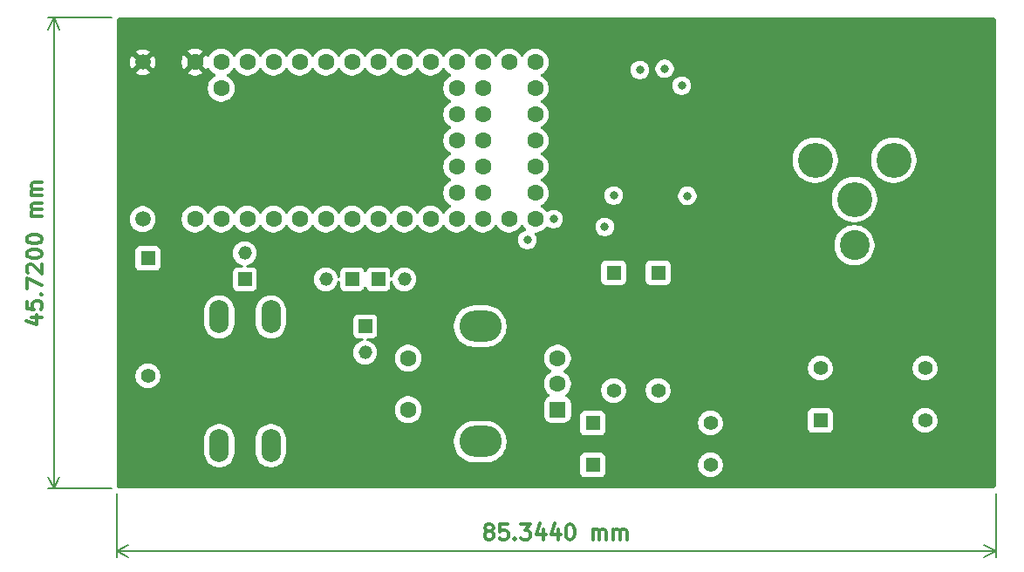
<source format=gbr>
%TF.GenerationSoftware,KiCad,Pcbnew,9.0.3*%
%TF.CreationDate,2025-08-21T23:13:22+10:00*%
%TF.ProjectId,soundrocket,736f756e-6472-46f6-936b-65742e6b6963,rev?*%
%TF.SameCoordinates,Original*%
%TF.FileFunction,Copper,L2,Inr*%
%TF.FilePolarity,Positive*%
%FSLAX46Y46*%
G04 Gerber Fmt 4.6, Leading zero omitted, Abs format (unit mm)*
G04 Created by KiCad (PCBNEW 9.0.3) date 2025-08-21 23:13:22*
%MOMM*%
%LPD*%
G01*
G04 APERTURE LIST*
G04 Aperture macros list*
%AMRoundRect*
0 Rectangle with rounded corners*
0 $1 Rounding radius*
0 $2 $3 $4 $5 $6 $7 $8 $9 X,Y pos of 4 corners*
0 Add a 4 corners polygon primitive as box body*
4,1,4,$2,$3,$4,$5,$6,$7,$8,$9,$2,$3,0*
0 Add four circle primitives for the rounded corners*
1,1,$1+$1,$2,$3*
1,1,$1+$1,$4,$5*
1,1,$1+$1,$6,$7*
1,1,$1+$1,$8,$9*
0 Add four rect primitives between the rounded corners*
20,1,$1+$1,$2,$3,$4,$5,0*
20,1,$1+$1,$4,$5,$6,$7,0*
20,1,$1+$1,$6,$7,$8,$9,0*
20,1,$1+$1,$8,$9,$2,$3,0*%
G04 Aperture macros list end*
%ADD10C,0.300000*%
%TA.AperFunction,NonConductor*%
%ADD11C,0.300000*%
%TD*%
%TA.AperFunction,NonConductor*%
%ADD12C,0.200000*%
%TD*%
%TA.AperFunction,ComponentPad*%
%ADD13R,1.318000X1.318000*%
%TD*%
%TA.AperFunction,ComponentPad*%
%ADD14C,1.318000*%
%TD*%
%TA.AperFunction,ComponentPad*%
%ADD15C,1.600000*%
%TD*%
%TA.AperFunction,ComponentPad*%
%ADD16RoundRect,0.250000X0.550000X0.550000X-0.550000X0.550000X-0.550000X-0.550000X0.550000X-0.550000X0*%
%TD*%
%TA.AperFunction,ComponentPad*%
%ADD17O,4.100000X3.000000*%
%TD*%
%TA.AperFunction,ComponentPad*%
%ADD18C,3.400000*%
%TD*%
%TA.AperFunction,ComponentPad*%
%ADD19C,2.900000*%
%TD*%
%TA.AperFunction,ComponentPad*%
%ADD20R,1.397000X1.397000*%
%TD*%
%TA.AperFunction,ComponentPad*%
%ADD21C,1.397000*%
%TD*%
%TA.AperFunction,ComponentPad*%
%ADD22C,1.500000*%
%TD*%
%TA.AperFunction,ComponentPad*%
%ADD23O,1.900000X3.200000*%
%TD*%
%TA.AperFunction,ViaPad*%
%ADD24C,0.800000*%
%TD*%
G04 APERTURE END LIST*
D10*
D11*
X111162328Y-57014284D02*
X112162328Y-57014284D01*
X110590900Y-57371426D02*
X111662328Y-57728569D01*
X111662328Y-57728569D02*
X111662328Y-56799998D01*
X110662328Y-55514284D02*
X110662328Y-56228570D01*
X110662328Y-56228570D02*
X111376614Y-56299998D01*
X111376614Y-56299998D02*
X111305185Y-56228570D01*
X111305185Y-56228570D02*
X111233757Y-56085713D01*
X111233757Y-56085713D02*
X111233757Y-55728570D01*
X111233757Y-55728570D02*
X111305185Y-55585713D01*
X111305185Y-55585713D02*
X111376614Y-55514284D01*
X111376614Y-55514284D02*
X111519471Y-55442855D01*
X111519471Y-55442855D02*
X111876614Y-55442855D01*
X111876614Y-55442855D02*
X112019471Y-55514284D01*
X112019471Y-55514284D02*
X112090900Y-55585713D01*
X112090900Y-55585713D02*
X112162328Y-55728570D01*
X112162328Y-55728570D02*
X112162328Y-56085713D01*
X112162328Y-56085713D02*
X112090900Y-56228570D01*
X112090900Y-56228570D02*
X112019471Y-56299998D01*
X112019471Y-54799999D02*
X112090900Y-54728570D01*
X112090900Y-54728570D02*
X112162328Y-54799999D01*
X112162328Y-54799999D02*
X112090900Y-54871427D01*
X112090900Y-54871427D02*
X112019471Y-54799999D01*
X112019471Y-54799999D02*
X112162328Y-54799999D01*
X110662328Y-54228570D02*
X110662328Y-53228570D01*
X110662328Y-53228570D02*
X112162328Y-53871427D01*
X110805185Y-52728570D02*
X110733757Y-52657142D01*
X110733757Y-52657142D02*
X110662328Y-52514285D01*
X110662328Y-52514285D02*
X110662328Y-52157142D01*
X110662328Y-52157142D02*
X110733757Y-52014285D01*
X110733757Y-52014285D02*
X110805185Y-51942856D01*
X110805185Y-51942856D02*
X110948042Y-51871427D01*
X110948042Y-51871427D02*
X111090900Y-51871427D01*
X111090900Y-51871427D02*
X111305185Y-51942856D01*
X111305185Y-51942856D02*
X112162328Y-52799999D01*
X112162328Y-52799999D02*
X112162328Y-51871427D01*
X110662328Y-50942856D02*
X110662328Y-50799999D01*
X110662328Y-50799999D02*
X110733757Y-50657142D01*
X110733757Y-50657142D02*
X110805185Y-50585714D01*
X110805185Y-50585714D02*
X110948042Y-50514285D01*
X110948042Y-50514285D02*
X111233757Y-50442856D01*
X111233757Y-50442856D02*
X111590900Y-50442856D01*
X111590900Y-50442856D02*
X111876614Y-50514285D01*
X111876614Y-50514285D02*
X112019471Y-50585714D01*
X112019471Y-50585714D02*
X112090900Y-50657142D01*
X112090900Y-50657142D02*
X112162328Y-50799999D01*
X112162328Y-50799999D02*
X112162328Y-50942856D01*
X112162328Y-50942856D02*
X112090900Y-51085714D01*
X112090900Y-51085714D02*
X112019471Y-51157142D01*
X112019471Y-51157142D02*
X111876614Y-51228571D01*
X111876614Y-51228571D02*
X111590900Y-51299999D01*
X111590900Y-51299999D02*
X111233757Y-51299999D01*
X111233757Y-51299999D02*
X110948042Y-51228571D01*
X110948042Y-51228571D02*
X110805185Y-51157142D01*
X110805185Y-51157142D02*
X110733757Y-51085714D01*
X110733757Y-51085714D02*
X110662328Y-50942856D01*
X110662328Y-49514285D02*
X110662328Y-49371428D01*
X110662328Y-49371428D02*
X110733757Y-49228571D01*
X110733757Y-49228571D02*
X110805185Y-49157143D01*
X110805185Y-49157143D02*
X110948042Y-49085714D01*
X110948042Y-49085714D02*
X111233757Y-49014285D01*
X111233757Y-49014285D02*
X111590900Y-49014285D01*
X111590900Y-49014285D02*
X111876614Y-49085714D01*
X111876614Y-49085714D02*
X112019471Y-49157143D01*
X112019471Y-49157143D02*
X112090900Y-49228571D01*
X112090900Y-49228571D02*
X112162328Y-49371428D01*
X112162328Y-49371428D02*
X112162328Y-49514285D01*
X112162328Y-49514285D02*
X112090900Y-49657143D01*
X112090900Y-49657143D02*
X112019471Y-49728571D01*
X112019471Y-49728571D02*
X111876614Y-49800000D01*
X111876614Y-49800000D02*
X111590900Y-49871428D01*
X111590900Y-49871428D02*
X111233757Y-49871428D01*
X111233757Y-49871428D02*
X110948042Y-49800000D01*
X110948042Y-49800000D02*
X110805185Y-49728571D01*
X110805185Y-49728571D02*
X110733757Y-49657143D01*
X110733757Y-49657143D02*
X110662328Y-49514285D01*
X112162328Y-47228572D02*
X111162328Y-47228572D01*
X111305185Y-47228572D02*
X111233757Y-47157143D01*
X111233757Y-47157143D02*
X111162328Y-47014286D01*
X111162328Y-47014286D02*
X111162328Y-46800000D01*
X111162328Y-46800000D02*
X111233757Y-46657143D01*
X111233757Y-46657143D02*
X111376614Y-46585715D01*
X111376614Y-46585715D02*
X112162328Y-46585715D01*
X111376614Y-46585715D02*
X111233757Y-46514286D01*
X111233757Y-46514286D02*
X111162328Y-46371429D01*
X111162328Y-46371429D02*
X111162328Y-46157143D01*
X111162328Y-46157143D02*
X111233757Y-46014286D01*
X111233757Y-46014286D02*
X111376614Y-45942857D01*
X111376614Y-45942857D02*
X112162328Y-45942857D01*
X112162328Y-45228572D02*
X111162328Y-45228572D01*
X111305185Y-45228572D02*
X111233757Y-45157143D01*
X111233757Y-45157143D02*
X111162328Y-45014286D01*
X111162328Y-45014286D02*
X111162328Y-44800000D01*
X111162328Y-44800000D02*
X111233757Y-44657143D01*
X111233757Y-44657143D02*
X111376614Y-44585715D01*
X111376614Y-44585715D02*
X112162328Y-44585715D01*
X111376614Y-44585715D02*
X111233757Y-44514286D01*
X111233757Y-44514286D02*
X111162328Y-44371429D01*
X111162328Y-44371429D02*
X111162328Y-44157143D01*
X111162328Y-44157143D02*
X111233757Y-44014286D01*
X111233757Y-44014286D02*
X111376614Y-43942857D01*
X111376614Y-43942857D02*
X112162328Y-43942857D01*
D12*
X118880000Y-73660000D02*
X112697580Y-73660000D01*
X112697580Y-27940000D02*
X118880000Y-27940000D01*
X113284000Y-73660000D02*
X113284000Y-27940000D01*
X113284000Y-73660000D02*
X112697579Y-72533496D01*
X113284000Y-73660000D02*
X113870421Y-72533496D01*
X113284000Y-27940000D02*
X113870421Y-29066504D01*
X113284000Y-27940000D02*
X112697579Y-29066504D01*
D10*
D11*
X155409144Y-77777185D02*
X155266287Y-77705757D01*
X155266287Y-77705757D02*
X155194858Y-77634328D01*
X155194858Y-77634328D02*
X155123430Y-77491471D01*
X155123430Y-77491471D02*
X155123430Y-77420042D01*
X155123430Y-77420042D02*
X155194858Y-77277185D01*
X155194858Y-77277185D02*
X155266287Y-77205757D01*
X155266287Y-77205757D02*
X155409144Y-77134328D01*
X155409144Y-77134328D02*
X155694858Y-77134328D01*
X155694858Y-77134328D02*
X155837716Y-77205757D01*
X155837716Y-77205757D02*
X155909144Y-77277185D01*
X155909144Y-77277185D02*
X155980573Y-77420042D01*
X155980573Y-77420042D02*
X155980573Y-77491471D01*
X155980573Y-77491471D02*
X155909144Y-77634328D01*
X155909144Y-77634328D02*
X155837716Y-77705757D01*
X155837716Y-77705757D02*
X155694858Y-77777185D01*
X155694858Y-77777185D02*
X155409144Y-77777185D01*
X155409144Y-77777185D02*
X155266287Y-77848614D01*
X155266287Y-77848614D02*
X155194858Y-77920042D01*
X155194858Y-77920042D02*
X155123430Y-78062900D01*
X155123430Y-78062900D02*
X155123430Y-78348614D01*
X155123430Y-78348614D02*
X155194858Y-78491471D01*
X155194858Y-78491471D02*
X155266287Y-78562900D01*
X155266287Y-78562900D02*
X155409144Y-78634328D01*
X155409144Y-78634328D02*
X155694858Y-78634328D01*
X155694858Y-78634328D02*
X155837716Y-78562900D01*
X155837716Y-78562900D02*
X155909144Y-78491471D01*
X155909144Y-78491471D02*
X155980573Y-78348614D01*
X155980573Y-78348614D02*
X155980573Y-78062900D01*
X155980573Y-78062900D02*
X155909144Y-77920042D01*
X155909144Y-77920042D02*
X155837716Y-77848614D01*
X155837716Y-77848614D02*
X155694858Y-77777185D01*
X157337715Y-77134328D02*
X156623429Y-77134328D01*
X156623429Y-77134328D02*
X156552001Y-77848614D01*
X156552001Y-77848614D02*
X156623429Y-77777185D01*
X156623429Y-77777185D02*
X156766287Y-77705757D01*
X156766287Y-77705757D02*
X157123429Y-77705757D01*
X157123429Y-77705757D02*
X157266287Y-77777185D01*
X157266287Y-77777185D02*
X157337715Y-77848614D01*
X157337715Y-77848614D02*
X157409144Y-77991471D01*
X157409144Y-77991471D02*
X157409144Y-78348614D01*
X157409144Y-78348614D02*
X157337715Y-78491471D01*
X157337715Y-78491471D02*
X157266287Y-78562900D01*
X157266287Y-78562900D02*
X157123429Y-78634328D01*
X157123429Y-78634328D02*
X156766287Y-78634328D01*
X156766287Y-78634328D02*
X156623429Y-78562900D01*
X156623429Y-78562900D02*
X156552001Y-78491471D01*
X158052000Y-78491471D02*
X158123429Y-78562900D01*
X158123429Y-78562900D02*
X158052000Y-78634328D01*
X158052000Y-78634328D02*
X157980572Y-78562900D01*
X157980572Y-78562900D02*
X158052000Y-78491471D01*
X158052000Y-78491471D02*
X158052000Y-78634328D01*
X158623429Y-77134328D02*
X159552001Y-77134328D01*
X159552001Y-77134328D02*
X159052001Y-77705757D01*
X159052001Y-77705757D02*
X159266286Y-77705757D01*
X159266286Y-77705757D02*
X159409144Y-77777185D01*
X159409144Y-77777185D02*
X159480572Y-77848614D01*
X159480572Y-77848614D02*
X159552001Y-77991471D01*
X159552001Y-77991471D02*
X159552001Y-78348614D01*
X159552001Y-78348614D02*
X159480572Y-78491471D01*
X159480572Y-78491471D02*
X159409144Y-78562900D01*
X159409144Y-78562900D02*
X159266286Y-78634328D01*
X159266286Y-78634328D02*
X158837715Y-78634328D01*
X158837715Y-78634328D02*
X158694858Y-78562900D01*
X158694858Y-78562900D02*
X158623429Y-78491471D01*
X160837715Y-77634328D02*
X160837715Y-78634328D01*
X160480572Y-77062900D02*
X160123429Y-78134328D01*
X160123429Y-78134328D02*
X161052000Y-78134328D01*
X162266286Y-77634328D02*
X162266286Y-78634328D01*
X161909143Y-77062900D02*
X161552000Y-78134328D01*
X161552000Y-78134328D02*
X162480571Y-78134328D01*
X163337714Y-77134328D02*
X163480571Y-77134328D01*
X163480571Y-77134328D02*
X163623428Y-77205757D01*
X163623428Y-77205757D02*
X163694857Y-77277185D01*
X163694857Y-77277185D02*
X163766285Y-77420042D01*
X163766285Y-77420042D02*
X163837714Y-77705757D01*
X163837714Y-77705757D02*
X163837714Y-78062900D01*
X163837714Y-78062900D02*
X163766285Y-78348614D01*
X163766285Y-78348614D02*
X163694857Y-78491471D01*
X163694857Y-78491471D02*
X163623428Y-78562900D01*
X163623428Y-78562900D02*
X163480571Y-78634328D01*
X163480571Y-78634328D02*
X163337714Y-78634328D01*
X163337714Y-78634328D02*
X163194857Y-78562900D01*
X163194857Y-78562900D02*
X163123428Y-78491471D01*
X163123428Y-78491471D02*
X163051999Y-78348614D01*
X163051999Y-78348614D02*
X162980571Y-78062900D01*
X162980571Y-78062900D02*
X162980571Y-77705757D01*
X162980571Y-77705757D02*
X163051999Y-77420042D01*
X163051999Y-77420042D02*
X163123428Y-77277185D01*
X163123428Y-77277185D02*
X163194857Y-77205757D01*
X163194857Y-77205757D02*
X163337714Y-77134328D01*
X165623427Y-78634328D02*
X165623427Y-77634328D01*
X165623427Y-77777185D02*
X165694856Y-77705757D01*
X165694856Y-77705757D02*
X165837713Y-77634328D01*
X165837713Y-77634328D02*
X166051999Y-77634328D01*
X166051999Y-77634328D02*
X166194856Y-77705757D01*
X166194856Y-77705757D02*
X166266285Y-77848614D01*
X166266285Y-77848614D02*
X166266285Y-78634328D01*
X166266285Y-77848614D02*
X166337713Y-77705757D01*
X166337713Y-77705757D02*
X166480570Y-77634328D01*
X166480570Y-77634328D02*
X166694856Y-77634328D01*
X166694856Y-77634328D02*
X166837713Y-77705757D01*
X166837713Y-77705757D02*
X166909142Y-77848614D01*
X166909142Y-77848614D02*
X166909142Y-78634328D01*
X167623427Y-78634328D02*
X167623427Y-77634328D01*
X167623427Y-77777185D02*
X167694856Y-77705757D01*
X167694856Y-77705757D02*
X167837713Y-77634328D01*
X167837713Y-77634328D02*
X168051999Y-77634328D01*
X168051999Y-77634328D02*
X168194856Y-77705757D01*
X168194856Y-77705757D02*
X168266285Y-77848614D01*
X168266285Y-77848614D02*
X168266285Y-78634328D01*
X168266285Y-77848614D02*
X168337713Y-77705757D01*
X168337713Y-77705757D02*
X168480570Y-77634328D01*
X168480570Y-77634328D02*
X168694856Y-77634328D01*
X168694856Y-77634328D02*
X168837713Y-77705757D01*
X168837713Y-77705757D02*
X168909142Y-77848614D01*
X168909142Y-77848614D02*
X168909142Y-78634328D01*
D12*
X204724000Y-74160000D02*
X204724000Y-80342420D01*
X119380000Y-80342420D02*
X119380000Y-74160000D01*
X204724000Y-79756000D02*
X119380000Y-79756000D01*
X204724000Y-79756000D02*
X203597496Y-80342421D01*
X204724000Y-79756000D02*
X203597496Y-79169579D01*
X119380000Y-79756000D02*
X120506504Y-79169579D01*
X119380000Y-79756000D02*
X120506504Y-80342421D01*
D13*
%TO.N,Net-(U1-5_IN2)*%
%TO.C,C4*%
X142240000Y-53340000D03*
D14*
%TO.N,GND*%
X139700000Y-53340000D03*
%TD*%
D15*
%TO.N,unconnected-(U1-GND-Pad1)*%
%TO.C,U1*%
X127000000Y-47498000D03*
%TO.N,Net-(U1-0_RX1_CRX2_CS1)*%
X129540000Y-47498000D03*
%TO.N,unconnected-(U1-1_TX1_CTX2_MISO1-Pad3)*%
X132080000Y-47498000D03*
%TO.N,Net-(U1-2_OUT2)*%
X134620000Y-47498000D03*
%TO.N,Net-(U1-3_LRCLK2)*%
X137160000Y-47498000D03*
%TO.N,unconnected-(U1-4_BCLK2-Pad6)*%
X139700000Y-47498000D03*
%TO.N,Net-(U1-5_IN2)*%
X142240000Y-47498000D03*
%TO.N,Net-(U1-6_OUT1D)*%
X144780000Y-47498000D03*
%TO.N,Net-(U1-7_RX2_OUT1A)*%
X147320000Y-47498000D03*
%TO.N,unconnected-(U1-8_TX2_IN1-Pad10)*%
X149860000Y-47498000D03*
%TO.N,unconnected-(U1-9_OUT1C-Pad11)*%
X152400000Y-47498000D03*
%TO.N,Net-(U1-10_CS_MQSR)*%
X154940000Y-47498000D03*
%TO.N,Net-(U1-11_MOSI_CTX1)*%
X157480000Y-47498000D03*
%TO.N,unconnected-(U1-12_MISO_MQSL-Pad14)*%
X160020000Y-47498000D03*
%TO.N,unconnected-(U1-VBAT-Pad15)*%
X160020000Y-44958000D03*
%TO.N,unconnected-(U1-3V3-Pad16)*%
X160020000Y-42418000D03*
%TO.N,unconnected-(U1-GND-Pad17)*%
X160020000Y-39878000D03*
%TO.N,unconnected-(U1-PROGRAM-Pad18)*%
X160020000Y-37338000D03*
%TO.N,unconnected-(U1-ON_OFF-Pad19)*%
X160020000Y-34798000D03*
%TO.N,unconnected-(U1-13_SCK_CRX1_LED-Pad20)*%
X160020000Y-32258000D03*
%TO.N,unconnected-(U1-14_A0_TX3_SPDIF_OUT-Pad21)*%
X157480000Y-32258000D03*
%TO.N,unconnected-(U1-15_A1_RX3_SPDIF_IN-Pad22)*%
X154940000Y-32258000D03*
%TO.N,unconnected-(U1-16_A2_RX4_SCL1-Pad23)*%
X152400000Y-32258000D03*
%TO.N,unconnected-(U1-17_A3_TX4_SDA1-Pad24)*%
X149860000Y-32258000D03*
%TO.N,unconnected-(U1-18_A4_SDA0-Pad25)*%
X147320000Y-32258000D03*
%TO.N,Net-(U1-19_A5_SCL0)*%
X144780000Y-32258000D03*
%TO.N,Net-(U1-20_A6_TX5_LRCLK1)*%
X142240000Y-32258000D03*
%TO.N,Net-(U1-21_A7_RX5_BCLK1)*%
X139700000Y-32258000D03*
%TO.N,unconnected-(U1-22_A8_CTX1-Pad29)*%
X137160000Y-32258000D03*
%TO.N,Net-(U1-23_A9_CRX1_MCLK1)*%
X134620000Y-32258000D03*
%TO.N,3V3*%
X132080000Y-32258000D03*
%TO.N,GND*%
X129540000Y-32258000D03*
%TO.N,5V0*%
X127000000Y-32258000D03*
%TO.N,unconnected-(U1-VUSB-Pad34)*%
X129540000Y-34798000D03*
%TO.N,unconnected-(U1-24_A10_TX6_SCL2-Pad35)*%
X154940000Y-34798000D03*
%TO.N,unconnected-(U1-25_A11_RX6_SDA2-Pad36)*%
X152400000Y-34798000D03*
%TO.N,unconnected-(U1-26_A12_MOSI1-Pad37)*%
X154940000Y-37338000D03*
%TO.N,unconnected-(U1-27_A13_SCK1-Pad38)*%
X152400000Y-37338000D03*
%TO.N,unconnected-(U1-28_RX7-Pad39)*%
X154940000Y-39878000D03*
%TO.N,unconnected-(U1-29_TX7-Pad40)*%
X152400000Y-39878000D03*
%TO.N,unconnected-(U1-30_CRX3-Pad41)*%
X154940000Y-42418000D03*
%TO.N,unconnected-(U1-31_CTX3-Pad42)*%
X152400000Y-42418000D03*
%TO.N,unconnected-(U1-32_OUT1B-Pad43)*%
X154940000Y-44958000D03*
%TO.N,unconnected-(U1-33_MCLK2-Pad44)*%
X152400000Y-44958000D03*
%TD*%
D16*
%TO.N,Net-(R1-Pad1)*%
%TO.C,SW2*%
X162190000Y-66000000D03*
D15*
%TO.N,Net-(R2-Pad1)*%
X162190000Y-61000000D03*
%TO.N,GND*%
X162190000Y-63500000D03*
X147690000Y-66000000D03*
%TO.N,Net-(U1-3_LRCLK2)*%
X147690000Y-61000000D03*
D17*
%TO.N,N/C*%
X154690000Y-69100000D03*
X154690000Y-57900000D03*
%TD*%
D13*
%TO.N,Net-(U1-3_LRCLK2)*%
%TO.C,C2*%
X143510000Y-57912000D03*
D14*
%TO.N,GND*%
X143510000Y-60452000D03*
%TD*%
D18*
%TO.N,/XLR-TX+*%
%TO.C,J1*%
X187198000Y-41783000D03*
%TO.N,/XLR-TX-*%
X194818000Y-41783000D03*
%TO.N,GND*%
X191008000Y-45593000D03*
D19*
X191008000Y-50038000D03*
%TD*%
D20*
%TO.N,Net-(U1-6_OUT1D)*%
%TO.C,R4*%
X171958000Y-52705000D03*
D21*
%TO.N,Net-(R1-Pad1)*%
X171958000Y-64135000D03*
%TD*%
D20*
%TO.N,/DIT4192-TX-*%
%TO.C,T1*%
X187706000Y-67056000D03*
D21*
%TO.N,/DIT4192-TX+*%
X187706000Y-61976000D03*
%TO.N,/XLR-TX-*%
X197866000Y-67056000D03*
%TO.N,/XLR-TX+*%
X197866000Y-61976000D03*
%TD*%
D20*
%TO.N,Net-(U1-5_IN2)*%
%TO.C,R3*%
X167640000Y-52705000D03*
D21*
%TO.N,Net-(R2-Pad1)*%
X167640000Y-64135000D03*
%TD*%
D22*
%TO.N,GND*%
%TO.C,GND*%
X121920000Y-47498000D03*
%TD*%
D20*
%TO.N,Net-(U1-2_OUT2)*%
%TO.C,R5*%
X122428000Y-51308000D03*
D21*
%TO.N,3V3*%
X122428000Y-62738000D03*
%TD*%
D22*
%TO.N,5V0*%
%TO.C,5V*%
X121920000Y-32258000D03*
%TD*%
D13*
%TO.N,Net-(U1-6_OUT1D)*%
%TO.C,C3*%
X144780000Y-53340000D03*
D14*
%TO.N,GND*%
X147320000Y-53340000D03*
%TD*%
D13*
%TO.N,Net-(U1-2_OUT2)*%
%TO.C,C1*%
X131826000Y-53340000D03*
D14*
%TO.N,GND*%
X131826000Y-50800000D03*
%TD*%
D20*
%TO.N,Net-(R2-Pad1)*%
%TO.C,R2*%
X165608000Y-67310000D03*
D21*
%TO.N,3V3*%
X177038000Y-67310000D03*
%TD*%
D23*
%TO.N,GND*%
%TO.C,SW1*%
X129366000Y-56996000D03*
%TO.N,Net-(U1-2_OUT2)*%
X134366000Y-56996000D03*
%TO.N,N/C*%
X129366000Y-69496000D03*
X134366000Y-69496000D03*
%TD*%
D20*
%TO.N,Net-(R1-Pad1)*%
%TO.C,R1*%
X165608000Y-71374000D03*
D21*
%TO.N,3V3*%
X177038000Y-71374000D03*
%TD*%
D24*
%TO.N,Net-(U1-7_RX2_OUT1A)*%
X161798000Y-47498000D03*
%TO.N,GND*%
X174790000Y-45250000D03*
X170180000Y-33020000D03*
X167640000Y-45212000D03*
%TO.N,Net-(U1-0_RX1_CRX2_CS1)*%
X166785001Y-48260000D03*
%TO.N,Net-(U1-10_CS_MQSR)*%
X159258000Y-49530000D03*
%TO.N,Net-(U1-19_A5_SCL0)*%
X174244000Y-34544000D03*
%TO.N,Net-(U1-23_A9_CRX1_MCLK1)*%
X172593000Y-32893000D03*
%TO.N,5V0*%
X170688000Y-44704000D03*
%TD*%
%TA.AperFunction,Conductor*%
%TO.N,5V0*%
G36*
X204666539Y-27960185D02*
G01*
X204712294Y-28012989D01*
X204723500Y-28064500D01*
X204723500Y-73443302D01*
X204703815Y-73510341D01*
X204651011Y-73556096D01*
X204631595Y-73563076D01*
X204600654Y-73571367D01*
X204492214Y-73600423D01*
X204492213Y-73600424D01*
X204418666Y-73642887D01*
X204356666Y-73659500D01*
X119747334Y-73659500D01*
X119738397Y-73657670D01*
X119732695Y-73658633D01*
X119716013Y-73653086D01*
X119698598Y-73649521D01*
X119691768Y-73646602D01*
X119611784Y-73600423D01*
X119536596Y-73580276D01*
X119528477Y-73576806D01*
X119508056Y-73559968D01*
X119485458Y-73546194D01*
X119480632Y-73537356D01*
X119474569Y-73532357D01*
X119469835Y-73517582D01*
X119457439Y-73494880D01*
X119439577Y-73428216D01*
X119397112Y-73354663D01*
X119380500Y-73292664D01*
X119380500Y-68731837D01*
X127915500Y-68731837D01*
X127915500Y-70260162D01*
X127951215Y-70485660D01*
X128021770Y-70702803D01*
X128121251Y-70898043D01*
X128125421Y-70906228D01*
X128259621Y-71090937D01*
X128421063Y-71252379D01*
X128605772Y-71386579D01*
X128701884Y-71435550D01*
X128809196Y-71490229D01*
X128809198Y-71490229D01*
X128809201Y-71490231D01*
X128925592Y-71528049D01*
X129026339Y-71560784D01*
X129251838Y-71596500D01*
X129251843Y-71596500D01*
X129480162Y-71596500D01*
X129705660Y-71560784D01*
X129922799Y-71490231D01*
X130126228Y-71386579D01*
X130310937Y-71252379D01*
X130472379Y-71090937D01*
X130606579Y-70906228D01*
X130710231Y-70702799D01*
X130780784Y-70485660D01*
X130784935Y-70459454D01*
X130816500Y-70260162D01*
X130816500Y-68731837D01*
X132915500Y-68731837D01*
X132915500Y-70260162D01*
X132951215Y-70485660D01*
X133021770Y-70702803D01*
X133121251Y-70898043D01*
X133125421Y-70906228D01*
X133259621Y-71090937D01*
X133421063Y-71252379D01*
X133605772Y-71386579D01*
X133701884Y-71435550D01*
X133809196Y-71490229D01*
X133809198Y-71490229D01*
X133809201Y-71490231D01*
X133925592Y-71528049D01*
X134026339Y-71560784D01*
X134251838Y-71596500D01*
X134251843Y-71596500D01*
X134480162Y-71596500D01*
X134705660Y-71560784D01*
X134922799Y-71490231D01*
X135126228Y-71386579D01*
X135310937Y-71252379D01*
X135472379Y-71090937D01*
X135606579Y-70906228D01*
X135710231Y-70702799D01*
X135780784Y-70485660D01*
X135784935Y-70459454D01*
X135816500Y-70260162D01*
X135816500Y-68968872D01*
X152139500Y-68968872D01*
X152139500Y-69231127D01*
X152166123Y-69433339D01*
X152173730Y-69491116D01*
X152241602Y-69744418D01*
X152241605Y-69744428D01*
X152341953Y-69986690D01*
X152341958Y-69986700D01*
X152473075Y-70213803D01*
X152632718Y-70421851D01*
X152632726Y-70421860D01*
X152818140Y-70607274D01*
X152818148Y-70607281D01*
X153026196Y-70766924D01*
X153253299Y-70898041D01*
X153253309Y-70898046D01*
X153495571Y-70998394D01*
X153495581Y-70998398D01*
X153748884Y-71066270D01*
X154008880Y-71100500D01*
X154008887Y-71100500D01*
X155371113Y-71100500D01*
X155371120Y-71100500D01*
X155631116Y-71066270D01*
X155884419Y-70998398D01*
X156061340Y-70925114D01*
X156126690Y-70898046D01*
X156126691Y-70898045D01*
X156126697Y-70898043D01*
X156353803Y-70766924D01*
X156535327Y-70627635D01*
X164409000Y-70627635D01*
X164409000Y-72120370D01*
X164409001Y-72120376D01*
X164415408Y-72179983D01*
X164465702Y-72314828D01*
X164465706Y-72314835D01*
X164551952Y-72430044D01*
X164551955Y-72430047D01*
X164667164Y-72516293D01*
X164667171Y-72516297D01*
X164802017Y-72566591D01*
X164802016Y-72566591D01*
X164808944Y-72567335D01*
X164861627Y-72573000D01*
X166354372Y-72572999D01*
X166413983Y-72566591D01*
X166548831Y-72516296D01*
X166664046Y-72430046D01*
X166750296Y-72314831D01*
X166800591Y-72179983D01*
X166807000Y-72120373D01*
X166806999Y-71279631D01*
X175839000Y-71279631D01*
X175839000Y-71468368D01*
X175868522Y-71654763D01*
X175868523Y-71654767D01*
X175926843Y-71834256D01*
X176012523Y-72002413D01*
X176123454Y-72155096D01*
X176256904Y-72288546D01*
X176409587Y-72399477D01*
X176577744Y-72485157D01*
X176757233Y-72543477D01*
X176827134Y-72554548D01*
X176943632Y-72573000D01*
X176943637Y-72573000D01*
X177132368Y-72573000D01*
X177235920Y-72556598D01*
X177318767Y-72543477D01*
X177498256Y-72485157D01*
X177666413Y-72399477D01*
X177819096Y-72288546D01*
X177952546Y-72155096D01*
X178063477Y-72002413D01*
X178149157Y-71834256D01*
X178207477Y-71654767D01*
X178233537Y-71490229D01*
X178237000Y-71468368D01*
X178237000Y-71279631D01*
X178208628Y-71100500D01*
X178207477Y-71093233D01*
X178149157Y-70913744D01*
X178063477Y-70745587D01*
X177952546Y-70592904D01*
X177819096Y-70459454D01*
X177666413Y-70348523D01*
X177498256Y-70262843D01*
X177318767Y-70204523D01*
X177318765Y-70204522D01*
X177318763Y-70204522D01*
X177132368Y-70175000D01*
X177132363Y-70175000D01*
X176943637Y-70175000D01*
X176943632Y-70175000D01*
X176757236Y-70204522D01*
X176577741Y-70262844D01*
X176409586Y-70348523D01*
X176322475Y-70411813D01*
X176256904Y-70459454D01*
X176256902Y-70459456D01*
X176256901Y-70459456D01*
X176123456Y-70592901D01*
X176123456Y-70592902D01*
X176123454Y-70592904D01*
X176075813Y-70658475D01*
X176012523Y-70745586D01*
X175926844Y-70913741D01*
X175868522Y-71093236D01*
X175839000Y-71279631D01*
X166806999Y-71279631D01*
X166806999Y-70627628D01*
X166800591Y-70568017D01*
X166760100Y-70459456D01*
X166750297Y-70433171D01*
X166750293Y-70433164D01*
X166664047Y-70317955D01*
X166664044Y-70317952D01*
X166548835Y-70231706D01*
X166548828Y-70231702D01*
X166413982Y-70181408D01*
X166413983Y-70181408D01*
X166354383Y-70175001D01*
X166354381Y-70175000D01*
X166354373Y-70175000D01*
X166354364Y-70175000D01*
X164861629Y-70175000D01*
X164861623Y-70175001D01*
X164802016Y-70181408D01*
X164667171Y-70231702D01*
X164667164Y-70231706D01*
X164551955Y-70317952D01*
X164551952Y-70317955D01*
X164465706Y-70433164D01*
X164465702Y-70433171D01*
X164415408Y-70568017D01*
X164411187Y-70607282D01*
X164409001Y-70627623D01*
X164409000Y-70627635D01*
X156535327Y-70627635D01*
X156561851Y-70607282D01*
X156561855Y-70607277D01*
X156561860Y-70607274D01*
X156747274Y-70421860D01*
X156747277Y-70421855D01*
X156747282Y-70421851D01*
X156906924Y-70213803D01*
X157038043Y-69986697D01*
X157138398Y-69744419D01*
X157206270Y-69491116D01*
X157240500Y-69231120D01*
X157240500Y-68968880D01*
X157206270Y-68708884D01*
X157138398Y-68455581D01*
X157101312Y-68366047D01*
X157038046Y-68213309D01*
X157038041Y-68213299D01*
X156906924Y-67986196D01*
X156784424Y-67826554D01*
X156747282Y-67778149D01*
X156747281Y-67778148D01*
X156747274Y-67778140D01*
X156561860Y-67592726D01*
X156561851Y-67592718D01*
X156353803Y-67433075D01*
X156126700Y-67301958D01*
X156126690Y-67301953D01*
X155884428Y-67201605D01*
X155884421Y-67201603D01*
X155884419Y-67201602D01*
X155631116Y-67133730D01*
X155573339Y-67126123D01*
X155371127Y-67099500D01*
X155371120Y-67099500D01*
X154008880Y-67099500D01*
X154008872Y-67099500D01*
X153777772Y-67129926D01*
X153748884Y-67133730D01*
X153495581Y-67201602D01*
X153495571Y-67201605D01*
X153253309Y-67301953D01*
X153253299Y-67301958D01*
X153026196Y-67433075D01*
X152818148Y-67592718D01*
X152632718Y-67778148D01*
X152473075Y-67986196D01*
X152341958Y-68213299D01*
X152341953Y-68213309D01*
X152241605Y-68455571D01*
X152241602Y-68455581D01*
X152227289Y-68509000D01*
X152173730Y-68708885D01*
X152139500Y-68968872D01*
X135816500Y-68968872D01*
X135816500Y-68731837D01*
X135780784Y-68506339D01*
X135735200Y-68366047D01*
X135710231Y-68289201D01*
X135710229Y-68289198D01*
X135710229Y-68289196D01*
X135621972Y-68115983D01*
X135606579Y-68085772D01*
X135472379Y-67901063D01*
X135310937Y-67739621D01*
X135126228Y-67605421D01*
X135097460Y-67590763D01*
X134922803Y-67501770D01*
X134705660Y-67431215D01*
X134480162Y-67395500D01*
X134480157Y-67395500D01*
X134251843Y-67395500D01*
X134251838Y-67395500D01*
X134026339Y-67431215D01*
X133809196Y-67501770D01*
X133605771Y-67605421D01*
X133421061Y-67739622D01*
X133259622Y-67901061D01*
X133125421Y-68085771D01*
X133021770Y-68289196D01*
X132951215Y-68506339D01*
X132915500Y-68731837D01*
X130816500Y-68731837D01*
X130780784Y-68506339D01*
X130735200Y-68366047D01*
X130710231Y-68289201D01*
X130710229Y-68289198D01*
X130710229Y-68289196D01*
X130621972Y-68115983D01*
X130606579Y-68085772D01*
X130472379Y-67901063D01*
X130310937Y-67739621D01*
X130126228Y-67605421D01*
X130097460Y-67590763D01*
X129922803Y-67501770D01*
X129705660Y-67431215D01*
X129480162Y-67395500D01*
X129480157Y-67395500D01*
X129251843Y-67395500D01*
X129251838Y-67395500D01*
X129026339Y-67431215D01*
X128809196Y-67501770D01*
X128605771Y-67605421D01*
X128421061Y-67739622D01*
X128259622Y-67901061D01*
X128125421Y-68085771D01*
X128021770Y-68289196D01*
X127951215Y-68506339D01*
X127915500Y-68731837D01*
X119380500Y-68731837D01*
X119380500Y-65897648D01*
X146389500Y-65897648D01*
X146389500Y-66102351D01*
X146421522Y-66304534D01*
X146484781Y-66499223D01*
X146536135Y-66600009D01*
X146577701Y-66681587D01*
X146577715Y-66681613D01*
X146698028Y-66847213D01*
X146842786Y-66991971D01*
X146990790Y-67099500D01*
X147008390Y-67112287D01*
X147124607Y-67171503D01*
X147190776Y-67205218D01*
X147190778Y-67205218D01*
X147190781Y-67205220D01*
X147281856Y-67234812D01*
X147385465Y-67268477D01*
X147486557Y-67284488D01*
X147587648Y-67300500D01*
X147587649Y-67300500D01*
X147792351Y-67300500D01*
X147792352Y-67300500D01*
X147994534Y-67268477D01*
X148189219Y-67205220D01*
X148371610Y-67112287D01*
X148500482Y-67018657D01*
X148537213Y-66991971D01*
X148537215Y-66991968D01*
X148537219Y-66991966D01*
X148681966Y-66847219D01*
X148681968Y-66847215D01*
X148681971Y-66847213D01*
X148786892Y-66702799D01*
X148802287Y-66681610D01*
X148895220Y-66499219D01*
X148958477Y-66304534D01*
X148990500Y-66102352D01*
X148990500Y-65897648D01*
X148958477Y-65695466D01*
X148895220Y-65500781D01*
X148895218Y-65500778D01*
X148895218Y-65500776D01*
X148843865Y-65399991D01*
X148802287Y-65318390D01*
X148786892Y-65297200D01*
X148681971Y-65152786D01*
X148537213Y-65008028D01*
X148371613Y-64887715D01*
X148371612Y-64887714D01*
X148371610Y-64887713D01*
X148311898Y-64857288D01*
X148189223Y-64794781D01*
X147994534Y-64731522D01*
X147819995Y-64703878D01*
X147792352Y-64699500D01*
X147587648Y-64699500D01*
X147563329Y-64703351D01*
X147385465Y-64731522D01*
X147190776Y-64794781D01*
X147008386Y-64887715D01*
X146842786Y-65008028D01*
X146698028Y-65152786D01*
X146577715Y-65318386D01*
X146484781Y-65500776D01*
X146421522Y-65695465D01*
X146389500Y-65897648D01*
X119380500Y-65897648D01*
X119380500Y-62643631D01*
X121229000Y-62643631D01*
X121229000Y-62832368D01*
X121258522Y-63018763D01*
X121258523Y-63018767D01*
X121316843Y-63198256D01*
X121402523Y-63366413D01*
X121513454Y-63519096D01*
X121646904Y-63652546D01*
X121799587Y-63763477D01*
X121967744Y-63849157D01*
X122147233Y-63907477D01*
X122217134Y-63918548D01*
X122333632Y-63937000D01*
X122333637Y-63937000D01*
X122522368Y-63937000D01*
X122625920Y-63920598D01*
X122708767Y-63907477D01*
X122888256Y-63849157D01*
X123056413Y-63763477D01*
X123209096Y-63652546D01*
X123342546Y-63519096D01*
X123453477Y-63366413D01*
X123539157Y-63198256D01*
X123597477Y-63018767D01*
X123617785Y-62890546D01*
X123627000Y-62832368D01*
X123627000Y-62643631D01*
X123597477Y-62457236D01*
X123597477Y-62457233D01*
X123539157Y-62277744D01*
X123453477Y-62109587D01*
X123342546Y-61956904D01*
X123209096Y-61823454D01*
X123056413Y-61712523D01*
X122888256Y-61626843D01*
X122708767Y-61568523D01*
X122708765Y-61568522D01*
X122708763Y-61568522D01*
X122522368Y-61539000D01*
X122522363Y-61539000D01*
X122333637Y-61539000D01*
X122333632Y-61539000D01*
X122147236Y-61568522D01*
X121967741Y-61626844D01*
X121799586Y-61712523D01*
X121712475Y-61775813D01*
X121646904Y-61823454D01*
X121646902Y-61823456D01*
X121646901Y-61823456D01*
X121513456Y-61956901D01*
X121513456Y-61956902D01*
X121513454Y-61956904D01*
X121465813Y-62022475D01*
X121402523Y-62109586D01*
X121316844Y-62277741D01*
X121258522Y-62457236D01*
X121229000Y-62643631D01*
X119380500Y-62643631D01*
X119380500Y-56231837D01*
X127915500Y-56231837D01*
X127915500Y-57760162D01*
X127951215Y-57985660D01*
X128021770Y-58202803D01*
X128115009Y-58385794D01*
X128125421Y-58406228D01*
X128259621Y-58590937D01*
X128421063Y-58752379D01*
X128605772Y-58886579D01*
X128688133Y-58928544D01*
X128809196Y-58990229D01*
X128809198Y-58990229D01*
X128809201Y-58990231D01*
X128881748Y-59013803D01*
X129026339Y-59060784D01*
X129251838Y-59096500D01*
X129251843Y-59096500D01*
X129480162Y-59096500D01*
X129705660Y-59060784D01*
X129922799Y-58990231D01*
X130126228Y-58886579D01*
X130310937Y-58752379D01*
X130472379Y-58590937D01*
X130606579Y-58406228D01*
X130710231Y-58202799D01*
X130780784Y-57985660D01*
X130816500Y-57760162D01*
X130816500Y-56231837D01*
X132915500Y-56231837D01*
X132915500Y-57760162D01*
X132951215Y-57985660D01*
X133021770Y-58202803D01*
X133115009Y-58385794D01*
X133125421Y-58406228D01*
X133259621Y-58590937D01*
X133421063Y-58752379D01*
X133605772Y-58886579D01*
X133688133Y-58928544D01*
X133809196Y-58990229D01*
X133809198Y-58990229D01*
X133809201Y-58990231D01*
X133881748Y-59013803D01*
X134026339Y-59060784D01*
X134251838Y-59096500D01*
X134251843Y-59096500D01*
X134480162Y-59096500D01*
X134705660Y-59060784D01*
X134922799Y-58990231D01*
X135126228Y-58886579D01*
X135310937Y-58752379D01*
X135472379Y-58590937D01*
X135606579Y-58406228D01*
X135710231Y-58202799D01*
X135780784Y-57985660D01*
X135816500Y-57760162D01*
X135816500Y-57205135D01*
X142350500Y-57205135D01*
X142350500Y-58618870D01*
X142350501Y-58618876D01*
X142356908Y-58678483D01*
X142407202Y-58813328D01*
X142407206Y-58813335D01*
X142493452Y-58928544D01*
X142493455Y-58928547D01*
X142608664Y-59014793D01*
X142608671Y-59014797D01*
X142743517Y-59065091D01*
X142743516Y-59065091D01*
X142750444Y-59065835D01*
X142803127Y-59071500D01*
X143238521Y-59071499D01*
X143305558Y-59091183D01*
X143351313Y-59143987D01*
X143361257Y-59213146D01*
X143332232Y-59276702D01*
X143273454Y-59314476D01*
X143257921Y-59317972D01*
X143238485Y-59321050D01*
X143154711Y-59348270D01*
X143064907Y-59377450D01*
X143064904Y-59377451D01*
X143064902Y-59377452D01*
X142902289Y-59460307D01*
X142754634Y-59567585D01*
X142625585Y-59696634D01*
X142518307Y-59844289D01*
X142435452Y-60006902D01*
X142435451Y-60006904D01*
X142435450Y-60006907D01*
X142379051Y-60180483D01*
X142350500Y-60360745D01*
X142350500Y-60543255D01*
X142379051Y-60723517D01*
X142435450Y-60897093D01*
X142518307Y-61059710D01*
X142625583Y-61207363D01*
X142754637Y-61336417D01*
X142902290Y-61443693D01*
X143064907Y-61526550D01*
X143238483Y-61582949D01*
X143418745Y-61611500D01*
X143418746Y-61611500D01*
X143601254Y-61611500D01*
X143601255Y-61611500D01*
X143781517Y-61582949D01*
X143955093Y-61526550D01*
X144117710Y-61443693D01*
X144265363Y-61336417D01*
X144394417Y-61207363D01*
X144501693Y-61059710D01*
X144584267Y-60897648D01*
X146389500Y-60897648D01*
X146389500Y-61102351D01*
X146421522Y-61304534D01*
X146484781Y-61499223D01*
X146577715Y-61681613D01*
X146698028Y-61847213D01*
X146842786Y-61991971D01*
X146997749Y-62104556D01*
X147008390Y-62112287D01*
X147124607Y-62171503D01*
X147190776Y-62205218D01*
X147190778Y-62205218D01*
X147190781Y-62205220D01*
X147295137Y-62239127D01*
X147385465Y-62268477D01*
X147486557Y-62284488D01*
X147587648Y-62300500D01*
X147587649Y-62300500D01*
X147792351Y-62300500D01*
X147792352Y-62300500D01*
X147994534Y-62268477D01*
X148189219Y-62205220D01*
X148371610Y-62112287D01*
X148464590Y-62044732D01*
X148537213Y-61991971D01*
X148537215Y-61991968D01*
X148537219Y-61991966D01*
X148681966Y-61847219D01*
X148681968Y-61847215D01*
X148681971Y-61847213D01*
X148734732Y-61774590D01*
X148802287Y-61681610D01*
X148895220Y-61499219D01*
X148958477Y-61304534D01*
X148990500Y-61102352D01*
X148990500Y-60897648D01*
X160889500Y-60897648D01*
X160889500Y-61102351D01*
X160921522Y-61304534D01*
X160984781Y-61499223D01*
X161077715Y-61681613D01*
X161198028Y-61847213D01*
X161342786Y-61991971D01*
X161508388Y-62112286D01*
X161561828Y-62139516D01*
X161612623Y-62187490D01*
X161629418Y-62255312D01*
X161606880Y-62321446D01*
X161561828Y-62360484D01*
X161508388Y-62387713D01*
X161342786Y-62508028D01*
X161198028Y-62652786D01*
X161077715Y-62818386D01*
X160984781Y-63000776D01*
X160921522Y-63195465D01*
X160889500Y-63397648D01*
X160889500Y-63602351D01*
X160921522Y-63804534D01*
X160984781Y-63999223D01*
X161077715Y-64181613D01*
X161198028Y-64347213D01*
X161342782Y-64491967D01*
X161342787Y-64491971D01*
X161398640Y-64532551D01*
X161441306Y-64587881D01*
X161447285Y-64657494D01*
X161414679Y-64719289D01*
X161364761Y-64750574D01*
X161326017Y-64763413D01*
X161320666Y-64765186D01*
X161320663Y-64765187D01*
X161171342Y-64857289D01*
X161047289Y-64981342D01*
X160955187Y-65130663D01*
X160955185Y-65130668D01*
X160927349Y-65214670D01*
X160900001Y-65297203D01*
X160900001Y-65297204D01*
X160900000Y-65297204D01*
X160889500Y-65399983D01*
X160889500Y-66600001D01*
X160889501Y-66600018D01*
X160900000Y-66702796D01*
X160900001Y-66702799D01*
X160955185Y-66869331D01*
X160955186Y-66869334D01*
X161047288Y-67018656D01*
X161171344Y-67142712D01*
X161320666Y-67234814D01*
X161487203Y-67289999D01*
X161589991Y-67300500D01*
X162790008Y-67300499D01*
X162892797Y-67289999D01*
X163059334Y-67234814D01*
X163208656Y-67142712D01*
X163332712Y-67018656D01*
X163424814Y-66869334D01*
X163479999Y-66702797D01*
X163490500Y-66600009D01*
X163490500Y-66563635D01*
X164409000Y-66563635D01*
X164409000Y-68056370D01*
X164409001Y-68056376D01*
X164415408Y-68115983D01*
X164465702Y-68250828D01*
X164465706Y-68250835D01*
X164551952Y-68366044D01*
X164551955Y-68366047D01*
X164667164Y-68452293D01*
X164667171Y-68452297D01*
X164802017Y-68502591D01*
X164802016Y-68502591D01*
X164808944Y-68503335D01*
X164861627Y-68509000D01*
X166354372Y-68508999D01*
X166413983Y-68502591D01*
X166548831Y-68452296D01*
X166664046Y-68366046D01*
X166750296Y-68250831D01*
X166800591Y-68115983D01*
X166807000Y-68056373D01*
X166806999Y-67215631D01*
X175839000Y-67215631D01*
X175839000Y-67404368D01*
X175856722Y-67516258D01*
X175868523Y-67590767D01*
X175926843Y-67770256D01*
X176012523Y-67938413D01*
X176123454Y-68091096D01*
X176256904Y-68224546D01*
X176409587Y-68335477D01*
X176577744Y-68421157D01*
X176757233Y-68479477D01*
X176827134Y-68490548D01*
X176943632Y-68509000D01*
X176943637Y-68509000D01*
X177132368Y-68509000D01*
X177235920Y-68492598D01*
X177318767Y-68479477D01*
X177498256Y-68421157D01*
X177666413Y-68335477D01*
X177819096Y-68224546D01*
X177952546Y-68091096D01*
X178063477Y-67938413D01*
X178149157Y-67770256D01*
X178207477Y-67590767D01*
X178221573Y-67501769D01*
X178237000Y-67404368D01*
X178237000Y-67215631D01*
X178207477Y-67029236D01*
X178207477Y-67029233D01*
X178149157Y-66849744D01*
X178063477Y-66681587D01*
X177952546Y-66528904D01*
X177819096Y-66395454D01*
X177700977Y-66309635D01*
X186507000Y-66309635D01*
X186507000Y-67802370D01*
X186507001Y-67802376D01*
X186513408Y-67861983D01*
X186563702Y-67996828D01*
X186563706Y-67996835D01*
X186649952Y-68112044D01*
X186649955Y-68112047D01*
X186765164Y-68198293D01*
X186765171Y-68198297D01*
X186900017Y-68248591D01*
X186900016Y-68248591D01*
X186906944Y-68249335D01*
X186959627Y-68255000D01*
X188452372Y-68254999D01*
X188511983Y-68248591D01*
X188646831Y-68198296D01*
X188762046Y-68112046D01*
X188848296Y-67996831D01*
X188898591Y-67861983D01*
X188905000Y-67802373D01*
X188904999Y-66961631D01*
X196667000Y-66961631D01*
X196667000Y-67150368D01*
X196696522Y-67336763D01*
X196696523Y-67336767D01*
X196754843Y-67516256D01*
X196840523Y-67684413D01*
X196951454Y-67837096D01*
X197084904Y-67970546D01*
X197237587Y-68081477D01*
X197405744Y-68167157D01*
X197585233Y-68225477D01*
X197655134Y-68236548D01*
X197771632Y-68255000D01*
X197771637Y-68255000D01*
X197960368Y-68255000D01*
X198063920Y-68238598D01*
X198146767Y-68225477D01*
X198326256Y-68167157D01*
X198494413Y-68081477D01*
X198647096Y-67970546D01*
X198780546Y-67837096D01*
X198891477Y-67684413D01*
X198977157Y-67516256D01*
X199035477Y-67336767D01*
X199048598Y-67253920D01*
X199065000Y-67150368D01*
X199065000Y-66961631D01*
X199035477Y-66775236D01*
X199035477Y-66775233D01*
X198977157Y-66595744D01*
X198891477Y-66427587D01*
X198780546Y-66274904D01*
X198647096Y-66141454D01*
X198494413Y-66030523D01*
X198326256Y-65944843D01*
X198146767Y-65886523D01*
X198146765Y-65886522D01*
X198146763Y-65886522D01*
X197960368Y-65857000D01*
X197960363Y-65857000D01*
X197771637Y-65857000D01*
X197771632Y-65857000D01*
X197585236Y-65886522D01*
X197405741Y-65944844D01*
X197237586Y-66030523D01*
X197150475Y-66093813D01*
X197084904Y-66141454D01*
X197084902Y-66141456D01*
X197084901Y-66141456D01*
X196951456Y-66274901D01*
X196951456Y-66274902D01*
X196951454Y-66274904D01*
X196903813Y-66340475D01*
X196840523Y-66427586D01*
X196754844Y-66595741D01*
X196696522Y-66775236D01*
X196667000Y-66961631D01*
X188904999Y-66961631D01*
X188904999Y-66309628D01*
X188898591Y-66250017D01*
X188879504Y-66198843D01*
X188848297Y-66115171D01*
X188848293Y-66115164D01*
X188762047Y-65999955D01*
X188762044Y-65999952D01*
X188646835Y-65913706D01*
X188646828Y-65913702D01*
X188511982Y-65863408D01*
X188511983Y-65863408D01*
X188452383Y-65857001D01*
X188452381Y-65857000D01*
X188452373Y-65857000D01*
X188452364Y-65857000D01*
X186959629Y-65857000D01*
X186959623Y-65857001D01*
X186900016Y-65863408D01*
X186765171Y-65913702D01*
X186765164Y-65913706D01*
X186649955Y-65999952D01*
X186649952Y-65999955D01*
X186563706Y-66115164D01*
X186563702Y-66115171D01*
X186513408Y-66250017D01*
X186507001Y-66309616D01*
X186507001Y-66309623D01*
X186507000Y-66309635D01*
X177700977Y-66309635D01*
X177666413Y-66284523D01*
X177498256Y-66198843D01*
X177318767Y-66140523D01*
X177318765Y-66140522D01*
X177318763Y-66140522D01*
X177132368Y-66111000D01*
X177132363Y-66111000D01*
X176943637Y-66111000D01*
X176943632Y-66111000D01*
X176757236Y-66140522D01*
X176577741Y-66198844D01*
X176409586Y-66284523D01*
X176375023Y-66309635D01*
X176256904Y-66395454D01*
X176256902Y-66395456D01*
X176256901Y-66395456D01*
X176123456Y-66528901D01*
X176123456Y-66528902D01*
X176123454Y-66528904D01*
X176075813Y-66594475D01*
X176012523Y-66681586D01*
X175926844Y-66849741D01*
X175868522Y-67029236D01*
X175839000Y-67215631D01*
X166806999Y-67215631D01*
X166806999Y-66563628D01*
X166800591Y-66504017D01*
X166798801Y-66499219D01*
X166750297Y-66369171D01*
X166750293Y-66369164D01*
X166664047Y-66253955D01*
X166664044Y-66253952D01*
X166548835Y-66167706D01*
X166548828Y-66167702D01*
X166413982Y-66117408D01*
X166413983Y-66117408D01*
X166354383Y-66111001D01*
X166354381Y-66111000D01*
X166354373Y-66111000D01*
X166354364Y-66111000D01*
X164861629Y-66111000D01*
X164861623Y-66111001D01*
X164802016Y-66117408D01*
X164667171Y-66167702D01*
X164667164Y-66167706D01*
X164551955Y-66253952D01*
X164551952Y-66253955D01*
X164465706Y-66369164D01*
X164465702Y-66369171D01*
X164415408Y-66504017D01*
X164412733Y-66528902D01*
X164409001Y-66563623D01*
X164409000Y-66563635D01*
X163490500Y-66563635D01*
X163490499Y-65999955D01*
X163490499Y-65399998D01*
X163490498Y-65399981D01*
X163479999Y-65297203D01*
X163479998Y-65297200D01*
X163434692Y-65160476D01*
X163424814Y-65130666D01*
X163332712Y-64981344D01*
X163208656Y-64857288D01*
X163059334Y-64765186D01*
X163015239Y-64750574D01*
X162957795Y-64710802D01*
X162930972Y-64646286D01*
X162943287Y-64577510D01*
X162981359Y-64532550D01*
X163037219Y-64491966D01*
X163181966Y-64347219D01*
X163181968Y-64347215D01*
X163181971Y-64347213D01*
X163267589Y-64229368D01*
X163302287Y-64181610D01*
X163374119Y-64040631D01*
X166441000Y-64040631D01*
X166441000Y-64229368D01*
X166459665Y-64347213D01*
X166470523Y-64415767D01*
X166528843Y-64595256D01*
X166614523Y-64763413D01*
X166725454Y-64916096D01*
X166858904Y-65049546D01*
X167011587Y-65160477D01*
X167179744Y-65246157D01*
X167359233Y-65304477D01*
X167429134Y-65315548D01*
X167545632Y-65334000D01*
X167545637Y-65334000D01*
X167734368Y-65334000D01*
X167837920Y-65317598D01*
X167920767Y-65304477D01*
X168100256Y-65246157D01*
X168268413Y-65160477D01*
X168421096Y-65049546D01*
X168554546Y-64916096D01*
X168665477Y-64763413D01*
X168751157Y-64595256D01*
X168809477Y-64415767D01*
X168822598Y-64332920D01*
X168839000Y-64229368D01*
X168839000Y-64040631D01*
X170759000Y-64040631D01*
X170759000Y-64229368D01*
X170777665Y-64347213D01*
X170788523Y-64415767D01*
X170846843Y-64595256D01*
X170932523Y-64763413D01*
X171043454Y-64916096D01*
X171176904Y-65049546D01*
X171329587Y-65160477D01*
X171497744Y-65246157D01*
X171677233Y-65304477D01*
X171747134Y-65315548D01*
X171863632Y-65334000D01*
X171863637Y-65334000D01*
X172052368Y-65334000D01*
X172155920Y-65317598D01*
X172238767Y-65304477D01*
X172418256Y-65246157D01*
X172586413Y-65160477D01*
X172739096Y-65049546D01*
X172872546Y-64916096D01*
X172983477Y-64763413D01*
X173069157Y-64595256D01*
X173127477Y-64415767D01*
X173140598Y-64332920D01*
X173157000Y-64229368D01*
X173157000Y-64040631D01*
X173127477Y-63854236D01*
X173127477Y-63854233D01*
X173069157Y-63674744D01*
X172983477Y-63506587D01*
X172872546Y-63353904D01*
X172739096Y-63220454D01*
X172586413Y-63109523D01*
X172418256Y-63023843D01*
X172238767Y-62965523D01*
X172238765Y-62965522D01*
X172238763Y-62965522D01*
X172052368Y-62936000D01*
X172052363Y-62936000D01*
X171863637Y-62936000D01*
X171863632Y-62936000D01*
X171677236Y-62965522D01*
X171497741Y-63023844D01*
X171329586Y-63109523D01*
X171242475Y-63172813D01*
X171176904Y-63220454D01*
X171176902Y-63220456D01*
X171176901Y-63220456D01*
X171043456Y-63353901D01*
X171043456Y-63353902D01*
X171043454Y-63353904D01*
X171034366Y-63366413D01*
X170932523Y-63506586D01*
X170846844Y-63674741D01*
X170788522Y-63854236D01*
X170759000Y-64040631D01*
X168839000Y-64040631D01*
X168809477Y-63854236D01*
X168809477Y-63854233D01*
X168751157Y-63674744D01*
X168665477Y-63506587D01*
X168554546Y-63353904D01*
X168421096Y-63220454D01*
X168268413Y-63109523D01*
X168100256Y-63023843D01*
X167920767Y-62965523D01*
X167920765Y-62965522D01*
X167920763Y-62965522D01*
X167734368Y-62936000D01*
X167734363Y-62936000D01*
X167545637Y-62936000D01*
X167545632Y-62936000D01*
X167359236Y-62965522D01*
X167179741Y-63023844D01*
X167011586Y-63109523D01*
X166924475Y-63172813D01*
X166858904Y-63220454D01*
X166858902Y-63220456D01*
X166858901Y-63220456D01*
X166725456Y-63353901D01*
X166725456Y-63353902D01*
X166725454Y-63353904D01*
X166716366Y-63366413D01*
X166614523Y-63506586D01*
X166528844Y-63674741D01*
X166470522Y-63854236D01*
X166441000Y-64040631D01*
X163374119Y-64040631D01*
X163395220Y-63999219D01*
X163458477Y-63804534D01*
X163490500Y-63602352D01*
X163490500Y-63397648D01*
X163458477Y-63195466D01*
X163395220Y-63000781D01*
X163395218Y-63000778D01*
X163395218Y-63000776D01*
X163339052Y-62890546D01*
X163302287Y-62818390D01*
X163294556Y-62807749D01*
X163181971Y-62652786D01*
X163037213Y-62508028D01*
X162871613Y-62387715D01*
X162871612Y-62387714D01*
X162871610Y-62387713D01*
X162818171Y-62360484D01*
X162767376Y-62312510D01*
X162750581Y-62244689D01*
X162773118Y-62178554D01*
X162818172Y-62139515D01*
X162871610Y-62112287D01*
X162964590Y-62044732D01*
X163037213Y-61991971D01*
X163037215Y-61991968D01*
X163037219Y-61991966D01*
X163147554Y-61881631D01*
X186507000Y-61881631D01*
X186507000Y-62070368D01*
X186536522Y-62256763D01*
X186536523Y-62256767D01*
X186594843Y-62436256D01*
X186680523Y-62604413D01*
X186791454Y-62757096D01*
X186924904Y-62890546D01*
X187077587Y-63001477D01*
X187245744Y-63087157D01*
X187425233Y-63145477D01*
X187495134Y-63156548D01*
X187611632Y-63175000D01*
X187611637Y-63175000D01*
X187800368Y-63175000D01*
X187903920Y-63158598D01*
X187986767Y-63145477D01*
X188166256Y-63087157D01*
X188334413Y-63001477D01*
X188487096Y-62890546D01*
X188620546Y-62757096D01*
X188731477Y-62604413D01*
X188817157Y-62436256D01*
X188875477Y-62256767D01*
X188888598Y-62173920D01*
X188905000Y-62070368D01*
X188905000Y-61881631D01*
X196667000Y-61881631D01*
X196667000Y-62070368D01*
X196696522Y-62256763D01*
X196696523Y-62256767D01*
X196754843Y-62436256D01*
X196840523Y-62604413D01*
X196951454Y-62757096D01*
X197084904Y-62890546D01*
X197237587Y-63001477D01*
X197405744Y-63087157D01*
X197585233Y-63145477D01*
X197655134Y-63156548D01*
X197771632Y-63175000D01*
X197771637Y-63175000D01*
X197960368Y-63175000D01*
X198063920Y-63158598D01*
X198146767Y-63145477D01*
X198326256Y-63087157D01*
X198494413Y-63001477D01*
X198647096Y-62890546D01*
X198780546Y-62757096D01*
X198891477Y-62604413D01*
X198977157Y-62436256D01*
X199035477Y-62256767D01*
X199048598Y-62173920D01*
X199065000Y-62070368D01*
X199065000Y-61881631D01*
X199035477Y-61695236D01*
X199035477Y-61695233D01*
X198977157Y-61515744D01*
X198891477Y-61347587D01*
X198780546Y-61194904D01*
X198647096Y-61061454D01*
X198494413Y-60950523D01*
X198326256Y-60864843D01*
X198146767Y-60806523D01*
X198146765Y-60806522D01*
X198146763Y-60806522D01*
X197960368Y-60777000D01*
X197960363Y-60777000D01*
X197771637Y-60777000D01*
X197771632Y-60777000D01*
X197585236Y-60806522D01*
X197405741Y-60864844D01*
X197237586Y-60950523D01*
X197150475Y-61013813D01*
X197084904Y-61061454D01*
X197084902Y-61061456D01*
X197084901Y-61061456D01*
X196951456Y-61194901D01*
X196951456Y-61194902D01*
X196951454Y-61194904D01*
X196942402Y-61207363D01*
X196840523Y-61347586D01*
X196754844Y-61515741D01*
X196696522Y-61695236D01*
X196667000Y-61881631D01*
X188905000Y-61881631D01*
X188875477Y-61695236D01*
X188875477Y-61695233D01*
X188817157Y-61515744D01*
X188731477Y-61347587D01*
X188620546Y-61194904D01*
X188487096Y-61061454D01*
X188334413Y-60950523D01*
X188166256Y-60864843D01*
X187986767Y-60806523D01*
X187986765Y-60806522D01*
X187986763Y-60806522D01*
X187800368Y-60777000D01*
X187800363Y-60777000D01*
X187611637Y-60777000D01*
X187611632Y-60777000D01*
X187425236Y-60806522D01*
X187245741Y-60864844D01*
X187077586Y-60950523D01*
X186990475Y-61013813D01*
X186924904Y-61061454D01*
X186924902Y-61061456D01*
X186924901Y-61061456D01*
X186791456Y-61194901D01*
X186791456Y-61194902D01*
X186791454Y-61194904D01*
X186782402Y-61207363D01*
X186680523Y-61347586D01*
X186594844Y-61515741D01*
X186536522Y-61695236D01*
X186507000Y-61881631D01*
X163147554Y-61881631D01*
X163181966Y-61847219D01*
X163302287Y-61681610D01*
X163395220Y-61499219D01*
X163458477Y-61304534D01*
X163490500Y-61102352D01*
X163490500Y-60897648D01*
X163458477Y-60695466D01*
X163395220Y-60500781D01*
X163395218Y-60500778D01*
X163395218Y-60500776D01*
X163361503Y-60434607D01*
X163302287Y-60318390D01*
X163294556Y-60307749D01*
X163181971Y-60152786D01*
X163037213Y-60008028D01*
X162871613Y-59887715D01*
X162871612Y-59887714D01*
X162871610Y-59887713D01*
X162786386Y-59844289D01*
X162689223Y-59794781D01*
X162494534Y-59731522D01*
X162319995Y-59703878D01*
X162292352Y-59699500D01*
X162087648Y-59699500D01*
X162063329Y-59703351D01*
X161885465Y-59731522D01*
X161690776Y-59794781D01*
X161508386Y-59887715D01*
X161342786Y-60008028D01*
X161198028Y-60152786D01*
X161077715Y-60318386D01*
X160984781Y-60500776D01*
X160921522Y-60695465D01*
X160889500Y-60897648D01*
X148990500Y-60897648D01*
X148958477Y-60695466D01*
X148895220Y-60500781D01*
X148895218Y-60500778D01*
X148895218Y-60500776D01*
X148861503Y-60434607D01*
X148802287Y-60318390D01*
X148794556Y-60307749D01*
X148681971Y-60152786D01*
X148537213Y-60008028D01*
X148371613Y-59887715D01*
X148371612Y-59887714D01*
X148371610Y-59887713D01*
X148286386Y-59844289D01*
X148189223Y-59794781D01*
X147994534Y-59731522D01*
X147819995Y-59703878D01*
X147792352Y-59699500D01*
X147587648Y-59699500D01*
X147563329Y-59703351D01*
X147385465Y-59731522D01*
X147190776Y-59794781D01*
X147008386Y-59887715D01*
X146842786Y-60008028D01*
X146698028Y-60152786D01*
X146577715Y-60318386D01*
X146484781Y-60500776D01*
X146421522Y-60695465D01*
X146389500Y-60897648D01*
X144584267Y-60897648D01*
X144584550Y-60897093D01*
X144640949Y-60723517D01*
X144669500Y-60543255D01*
X144669500Y-60360745D01*
X144640949Y-60180483D01*
X144584550Y-60006907D01*
X144501693Y-59844290D01*
X144394417Y-59696637D01*
X144265363Y-59567583D01*
X144117710Y-59460307D01*
X143955093Y-59377450D01*
X143781517Y-59321051D01*
X143781513Y-59321050D01*
X143781512Y-59321050D01*
X143762078Y-59317972D01*
X143698944Y-59288042D01*
X143662013Y-59228730D01*
X143663011Y-59158868D01*
X143701621Y-59100636D01*
X143765585Y-59072522D01*
X143781472Y-59071499D01*
X144216872Y-59071499D01*
X144276483Y-59065091D01*
X144411331Y-59014796D01*
X144526546Y-58928546D01*
X144612796Y-58813331D01*
X144663091Y-58678483D01*
X144669500Y-58618873D01*
X144669499Y-57768872D01*
X152139500Y-57768872D01*
X152139500Y-58031127D01*
X152162103Y-58202803D01*
X152173730Y-58291116D01*
X152199099Y-58385794D01*
X152241602Y-58544418D01*
X152241605Y-58544428D01*
X152341953Y-58786690D01*
X152341958Y-58786700D01*
X152473075Y-59013803D01*
X152632718Y-59221851D01*
X152632726Y-59221860D01*
X152818140Y-59407274D01*
X152818148Y-59407281D01*
X153026196Y-59566924D01*
X153253299Y-59698041D01*
X153253309Y-59698046D01*
X153495571Y-59798394D01*
X153495581Y-59798398D01*
X153748884Y-59866270D01*
X154008880Y-59900500D01*
X154008887Y-59900500D01*
X155371113Y-59900500D01*
X155371120Y-59900500D01*
X155631116Y-59866270D01*
X155884419Y-59798398D01*
X156061340Y-59725114D01*
X156126690Y-59698046D01*
X156126691Y-59698045D01*
X156126697Y-59698043D01*
X156353803Y-59566924D01*
X156561851Y-59407282D01*
X156561855Y-59407277D01*
X156561860Y-59407274D01*
X156747274Y-59221860D01*
X156747277Y-59221855D01*
X156747282Y-59221851D01*
X156906924Y-59013803D01*
X157038043Y-58786697D01*
X157138398Y-58544419D01*
X157206270Y-58291116D01*
X157240500Y-58031120D01*
X157240500Y-57768880D01*
X157206270Y-57508884D01*
X157138398Y-57255581D01*
X157092808Y-57145516D01*
X157038046Y-57013309D01*
X157038041Y-57013299D01*
X156906924Y-56786196D01*
X156747281Y-56578148D01*
X156747274Y-56578140D01*
X156561860Y-56392726D01*
X156561851Y-56392718D01*
X156353803Y-56233075D01*
X156126700Y-56101958D01*
X156126690Y-56101953D01*
X155884428Y-56001605D01*
X155884421Y-56001603D01*
X155884419Y-56001602D01*
X155631116Y-55933730D01*
X155573339Y-55926123D01*
X155371127Y-55899500D01*
X155371120Y-55899500D01*
X154008880Y-55899500D01*
X154008872Y-55899500D01*
X153777772Y-55929926D01*
X153748884Y-55933730D01*
X153495581Y-56001602D01*
X153495571Y-56001605D01*
X153253309Y-56101953D01*
X153253299Y-56101958D01*
X153026196Y-56233075D01*
X152818148Y-56392718D01*
X152632718Y-56578148D01*
X152473075Y-56786196D01*
X152341958Y-57013299D01*
X152341953Y-57013309D01*
X152241605Y-57255571D01*
X152241602Y-57255581D01*
X152173730Y-57508885D01*
X152139500Y-57768872D01*
X144669499Y-57768872D01*
X144669499Y-57205128D01*
X144663091Y-57145517D01*
X144613778Y-57013303D01*
X144612797Y-57010671D01*
X144612793Y-57010664D01*
X144526547Y-56895455D01*
X144526544Y-56895452D01*
X144411335Y-56809206D01*
X144411328Y-56809202D01*
X144276482Y-56758908D01*
X144276483Y-56758908D01*
X144216883Y-56752501D01*
X144216881Y-56752500D01*
X144216873Y-56752500D01*
X144216864Y-56752500D01*
X142803129Y-56752500D01*
X142803123Y-56752501D01*
X142743516Y-56758908D01*
X142608671Y-56809202D01*
X142608664Y-56809206D01*
X142493455Y-56895452D01*
X142493452Y-56895455D01*
X142407206Y-57010664D01*
X142407202Y-57010671D01*
X142356908Y-57145517D01*
X142350501Y-57205116D01*
X142350501Y-57205123D01*
X142350500Y-57205135D01*
X135816500Y-57205135D01*
X135816500Y-56231837D01*
X135780784Y-56006339D01*
X135710229Y-55789196D01*
X135606578Y-55585771D01*
X135472379Y-55401063D01*
X135310937Y-55239621D01*
X135126228Y-55105421D01*
X134922803Y-55001770D01*
X134705660Y-54931215D01*
X134480162Y-54895500D01*
X134480157Y-54895500D01*
X134251843Y-54895500D01*
X134251838Y-54895500D01*
X134026339Y-54931215D01*
X133809196Y-55001770D01*
X133605771Y-55105421D01*
X133421061Y-55239622D01*
X133259622Y-55401061D01*
X133125421Y-55585771D01*
X133021770Y-55789196D01*
X132951215Y-56006339D01*
X132915500Y-56231837D01*
X130816500Y-56231837D01*
X130780784Y-56006339D01*
X130710229Y-55789196D01*
X130606578Y-55585771D01*
X130472379Y-55401063D01*
X130310937Y-55239621D01*
X130126228Y-55105421D01*
X129922803Y-55001770D01*
X129705660Y-54931215D01*
X129480162Y-54895500D01*
X129480157Y-54895500D01*
X129251843Y-54895500D01*
X129251838Y-54895500D01*
X129026339Y-54931215D01*
X128809196Y-55001770D01*
X128605771Y-55105421D01*
X128421061Y-55239622D01*
X128259622Y-55401061D01*
X128125421Y-55585771D01*
X128021770Y-55789196D01*
X127951215Y-56006339D01*
X127915500Y-56231837D01*
X119380500Y-56231837D01*
X119380500Y-50561635D01*
X121229000Y-50561635D01*
X121229000Y-52054370D01*
X121229001Y-52054376D01*
X121235408Y-52113983D01*
X121285702Y-52248828D01*
X121285706Y-52248835D01*
X121371952Y-52364044D01*
X121371955Y-52364047D01*
X121487164Y-52450293D01*
X121487171Y-52450297D01*
X121622017Y-52500591D01*
X121622016Y-52500591D01*
X121628944Y-52501335D01*
X121681627Y-52507000D01*
X123174372Y-52506999D01*
X123233983Y-52500591D01*
X123368831Y-52450296D01*
X123484046Y-52364046D01*
X123570296Y-52248831D01*
X123620591Y-52113983D01*
X123627000Y-52054373D01*
X123626999Y-50708745D01*
X130666500Y-50708745D01*
X130666500Y-50891255D01*
X130695051Y-51071517D01*
X130751450Y-51245093D01*
X130834307Y-51407710D01*
X130941583Y-51555363D01*
X131070637Y-51684417D01*
X131218290Y-51791693D01*
X131380907Y-51874550D01*
X131554483Y-51930949D01*
X131573920Y-51934027D01*
X131637052Y-51963954D01*
X131673985Y-52023264D01*
X131672989Y-52093127D01*
X131634381Y-52151361D01*
X131570418Y-52179477D01*
X131554522Y-52180500D01*
X131119129Y-52180500D01*
X131119123Y-52180501D01*
X131059516Y-52186908D01*
X130924671Y-52237202D01*
X130924664Y-52237206D01*
X130809455Y-52323452D01*
X130809452Y-52323455D01*
X130723206Y-52438664D01*
X130723202Y-52438671D01*
X130672908Y-52573517D01*
X130666686Y-52631399D01*
X130666501Y-52633123D01*
X130666500Y-52633135D01*
X130666500Y-54046870D01*
X130666501Y-54046876D01*
X130672908Y-54106483D01*
X130723202Y-54241328D01*
X130723206Y-54241335D01*
X130809452Y-54356544D01*
X130809455Y-54356547D01*
X130924664Y-54442793D01*
X130924671Y-54442797D01*
X131059517Y-54493091D01*
X131059516Y-54493091D01*
X131066444Y-54493835D01*
X131119127Y-54499500D01*
X132532872Y-54499499D01*
X132592483Y-54493091D01*
X132727331Y-54442796D01*
X132842546Y-54356546D01*
X132928796Y-54241331D01*
X132979091Y-54106483D01*
X132985500Y-54046873D01*
X132985499Y-53248745D01*
X138540500Y-53248745D01*
X138540500Y-53431255D01*
X138569051Y-53611517D01*
X138625450Y-53785093D01*
X138708307Y-53947710D01*
X138815583Y-54095363D01*
X138944637Y-54224417D01*
X139092290Y-54331693D01*
X139254907Y-54414550D01*
X139428483Y-54470949D01*
X139608745Y-54499500D01*
X139608746Y-54499500D01*
X139791254Y-54499500D01*
X139791255Y-54499500D01*
X139971517Y-54470949D01*
X140145093Y-54414550D01*
X140307710Y-54331693D01*
X140455363Y-54224417D01*
X140584417Y-54095363D01*
X140691693Y-53947710D01*
X140774550Y-53785093D01*
X140830949Y-53611517D01*
X140834027Y-53592079D01*
X140863953Y-53528947D01*
X140923264Y-53492014D01*
X140993126Y-53493010D01*
X141051360Y-53531618D01*
X141079477Y-53595580D01*
X141080500Y-53611477D01*
X141080500Y-54046870D01*
X141080501Y-54046876D01*
X141086908Y-54106483D01*
X141137202Y-54241328D01*
X141137206Y-54241335D01*
X141223452Y-54356544D01*
X141223455Y-54356547D01*
X141338664Y-54442793D01*
X141338671Y-54442797D01*
X141473517Y-54493091D01*
X141473516Y-54493091D01*
X141480444Y-54493835D01*
X141533127Y-54499500D01*
X142946872Y-54499499D01*
X143006483Y-54493091D01*
X143141331Y-54442796D01*
X143256546Y-54356546D01*
X143342796Y-54241331D01*
X143393091Y-54106483D01*
X143393091Y-54106482D01*
X143393818Y-54104534D01*
X143435689Y-54048600D01*
X143501153Y-54024183D01*
X143569426Y-54039034D01*
X143618832Y-54088439D01*
X143626182Y-54104534D01*
X143677202Y-54241328D01*
X143677206Y-54241335D01*
X143763452Y-54356544D01*
X143763455Y-54356547D01*
X143878664Y-54442793D01*
X143878671Y-54442797D01*
X144013517Y-54493091D01*
X144013516Y-54493091D01*
X144020444Y-54493835D01*
X144073127Y-54499500D01*
X145486872Y-54499499D01*
X145546483Y-54493091D01*
X145681331Y-54442796D01*
X145796546Y-54356546D01*
X145882796Y-54241331D01*
X145933091Y-54106483D01*
X145939500Y-54046873D01*
X145939499Y-53611477D01*
X145959183Y-53544441D01*
X146011987Y-53498686D01*
X146081146Y-53488742D01*
X146144702Y-53517767D01*
X146182476Y-53576545D01*
X146185972Y-53592079D01*
X146189050Y-53611514D01*
X146189051Y-53611517D01*
X146245450Y-53785093D01*
X146328307Y-53947710D01*
X146435583Y-54095363D01*
X146564637Y-54224417D01*
X146712290Y-54331693D01*
X146874907Y-54414550D01*
X147048483Y-54470949D01*
X147228745Y-54499500D01*
X147228746Y-54499500D01*
X147411254Y-54499500D01*
X147411255Y-54499500D01*
X147591517Y-54470949D01*
X147765093Y-54414550D01*
X147927710Y-54331693D01*
X148075363Y-54224417D01*
X148204417Y-54095363D01*
X148311693Y-53947710D01*
X148394550Y-53785093D01*
X148450949Y-53611517D01*
X148479500Y-53431255D01*
X148479500Y-53248745D01*
X148450949Y-53068483D01*
X148394550Y-52894907D01*
X148311693Y-52732290D01*
X148204417Y-52584637D01*
X148075363Y-52455583D01*
X147927710Y-52348307D01*
X147765093Y-52265450D01*
X147591517Y-52209051D01*
X147411255Y-52180500D01*
X147228745Y-52180500D01*
X147188287Y-52186908D01*
X147048488Y-52209050D01*
X147048486Y-52209050D01*
X147048483Y-52209051D01*
X146874907Y-52265450D01*
X146874904Y-52265451D01*
X146874902Y-52265452D01*
X146712289Y-52348307D01*
X146564634Y-52455585D01*
X146435585Y-52584634D01*
X146328307Y-52732289D01*
X146245452Y-52894902D01*
X146189050Y-53068486D01*
X146185972Y-53087922D01*
X146156042Y-53151056D01*
X146096730Y-53187986D01*
X146026867Y-53186988D01*
X145968635Y-53148377D01*
X145940521Y-53084413D01*
X145939499Y-53068522D01*
X145939499Y-52633129D01*
X145939498Y-52633123D01*
X145939497Y-52633116D01*
X145933091Y-52573517D01*
X145908281Y-52506999D01*
X145882797Y-52438671D01*
X145882793Y-52438664D01*
X145796547Y-52323455D01*
X145796544Y-52323452D01*
X145681335Y-52237206D01*
X145681328Y-52237202D01*
X145546482Y-52186908D01*
X145546483Y-52186908D01*
X145486883Y-52180501D01*
X145486881Y-52180500D01*
X145486873Y-52180500D01*
X145486864Y-52180500D01*
X144073129Y-52180500D01*
X144073123Y-52180501D01*
X144013516Y-52186908D01*
X143878671Y-52237202D01*
X143878664Y-52237206D01*
X143763455Y-52323452D01*
X143763452Y-52323455D01*
X143677206Y-52438664D01*
X143677202Y-52438671D01*
X143626182Y-52575465D01*
X143584311Y-52631399D01*
X143518847Y-52655816D01*
X143450574Y-52640964D01*
X143401168Y-52591559D01*
X143393818Y-52575465D01*
X143342797Y-52438671D01*
X143342793Y-52438664D01*
X143256547Y-52323455D01*
X143256544Y-52323452D01*
X143141335Y-52237206D01*
X143141328Y-52237202D01*
X143006482Y-52186908D01*
X143006483Y-52186908D01*
X142946883Y-52180501D01*
X142946881Y-52180500D01*
X142946873Y-52180500D01*
X142946864Y-52180500D01*
X141533129Y-52180500D01*
X141533123Y-52180501D01*
X141473516Y-52186908D01*
X141338671Y-52237202D01*
X141338664Y-52237206D01*
X141223455Y-52323452D01*
X141223452Y-52323455D01*
X141137206Y-52438664D01*
X141137202Y-52438671D01*
X141086908Y-52573517D01*
X141080686Y-52631399D01*
X141080501Y-52633123D01*
X141080500Y-52633135D01*
X141080500Y-53068519D01*
X141060815Y-53135558D01*
X141008011Y-53181313D01*
X140938853Y-53191257D01*
X140875297Y-53162232D01*
X140837523Y-53103454D01*
X140834029Y-53087929D01*
X140830949Y-53068483D01*
X140774550Y-52894907D01*
X140691693Y-52732290D01*
X140584417Y-52584637D01*
X140455363Y-52455583D01*
X140307710Y-52348307D01*
X140145093Y-52265450D01*
X139971517Y-52209051D01*
X139791255Y-52180500D01*
X139608745Y-52180500D01*
X139568287Y-52186908D01*
X139428488Y-52209050D01*
X139428486Y-52209050D01*
X139428483Y-52209051D01*
X139254907Y-52265450D01*
X139254904Y-52265451D01*
X139254902Y-52265452D01*
X139092289Y-52348307D01*
X138944634Y-52455585D01*
X138815585Y-52584634D01*
X138708307Y-52732289D01*
X138625452Y-52894902D01*
X138625451Y-52894904D01*
X138625450Y-52894907D01*
X138569051Y-53068483D01*
X138569050Y-53068486D01*
X138569050Y-53068488D01*
X138554202Y-53162232D01*
X138540500Y-53248745D01*
X132985499Y-53248745D01*
X132985499Y-52633128D01*
X132979091Y-52573517D01*
X132954281Y-52506999D01*
X132928797Y-52438671D01*
X132928793Y-52438664D01*
X132842547Y-52323455D01*
X132842544Y-52323452D01*
X132727335Y-52237206D01*
X132727328Y-52237202D01*
X132592482Y-52186908D01*
X132592483Y-52186908D01*
X132532883Y-52180501D01*
X132532881Y-52180500D01*
X132532873Y-52180500D01*
X132532865Y-52180500D01*
X132097480Y-52180500D01*
X132030441Y-52160815D01*
X131984686Y-52108011D01*
X131974742Y-52038853D01*
X132003767Y-51975297D01*
X132029694Y-51958635D01*
X166441000Y-51958635D01*
X166441000Y-53451370D01*
X166441001Y-53451376D01*
X166447408Y-53510983D01*
X166497702Y-53645828D01*
X166497706Y-53645835D01*
X166583952Y-53761044D01*
X166583955Y-53761047D01*
X166699164Y-53847293D01*
X166699171Y-53847297D01*
X166834017Y-53897591D01*
X166834016Y-53897591D01*
X166840944Y-53898335D01*
X166893627Y-53904000D01*
X168386372Y-53903999D01*
X168445983Y-53897591D01*
X168580831Y-53847296D01*
X168696046Y-53761046D01*
X168782296Y-53645831D01*
X168832591Y-53510983D01*
X168839000Y-53451373D01*
X168838999Y-51958635D01*
X170759000Y-51958635D01*
X170759000Y-53451370D01*
X170759001Y-53451376D01*
X170765408Y-53510983D01*
X170815702Y-53645828D01*
X170815706Y-53645835D01*
X170901952Y-53761044D01*
X170901955Y-53761047D01*
X171017164Y-53847293D01*
X171017171Y-53847297D01*
X171152017Y-53897591D01*
X171152016Y-53897591D01*
X171158944Y-53898335D01*
X171211627Y-53904000D01*
X172704372Y-53903999D01*
X172763983Y-53897591D01*
X172898831Y-53847296D01*
X173014046Y-53761046D01*
X173100296Y-53645831D01*
X173150591Y-53510983D01*
X173157000Y-53451373D01*
X173156999Y-51958628D01*
X173150591Y-51899017D01*
X173146836Y-51888950D01*
X173100297Y-51764171D01*
X173100293Y-51764164D01*
X173014047Y-51648955D01*
X173014044Y-51648952D01*
X172898835Y-51562706D01*
X172898828Y-51562702D01*
X172763982Y-51512408D01*
X172763983Y-51512408D01*
X172704383Y-51506001D01*
X172704381Y-51506000D01*
X172704373Y-51506000D01*
X172704364Y-51506000D01*
X171211629Y-51506000D01*
X171211623Y-51506001D01*
X171152016Y-51512408D01*
X171017171Y-51562702D01*
X171017164Y-51562706D01*
X170901955Y-51648952D01*
X170901952Y-51648955D01*
X170815706Y-51764164D01*
X170815702Y-51764171D01*
X170765408Y-51899017D01*
X170759376Y-51955126D01*
X170759001Y-51958623D01*
X170759000Y-51958635D01*
X168838999Y-51958635D01*
X168838999Y-51958628D01*
X168832591Y-51899017D01*
X168828836Y-51888950D01*
X168782297Y-51764171D01*
X168782293Y-51764164D01*
X168696047Y-51648955D01*
X168696044Y-51648952D01*
X168580835Y-51562706D01*
X168580828Y-51562702D01*
X168445982Y-51512408D01*
X168445983Y-51512408D01*
X168386383Y-51506001D01*
X168386381Y-51506000D01*
X168386373Y-51506000D01*
X168386364Y-51506000D01*
X166893629Y-51506000D01*
X166893623Y-51506001D01*
X166834016Y-51512408D01*
X166699171Y-51562702D01*
X166699164Y-51562706D01*
X166583955Y-51648952D01*
X166583952Y-51648955D01*
X166497706Y-51764164D01*
X166497702Y-51764171D01*
X166447408Y-51899017D01*
X166441376Y-51955126D01*
X166441001Y-51958623D01*
X166441000Y-51958635D01*
X132029694Y-51958635D01*
X132062545Y-51937523D01*
X132078070Y-51934029D01*
X132097517Y-51930949D01*
X132271093Y-51874550D01*
X132433710Y-51791693D01*
X132581363Y-51684417D01*
X132710417Y-51555363D01*
X132817693Y-51407710D01*
X132900550Y-51245093D01*
X132956949Y-51071517D01*
X132985500Y-50891255D01*
X132985500Y-50708745D01*
X132956949Y-50528483D01*
X132900550Y-50354907D01*
X132817693Y-50192290D01*
X132710417Y-50044637D01*
X132581363Y-49915583D01*
X132433710Y-49808307D01*
X132271093Y-49725450D01*
X132097517Y-49669051D01*
X131917255Y-49640500D01*
X131734745Y-49640500D01*
X131656836Y-49652839D01*
X131554488Y-49669050D01*
X131554486Y-49669050D01*
X131554483Y-49669051D01*
X131380907Y-49725450D01*
X131380904Y-49725451D01*
X131380902Y-49725452D01*
X131218289Y-49808307D01*
X131070634Y-49915585D01*
X130941585Y-50044634D01*
X130834307Y-50192289D01*
X130751452Y-50354902D01*
X130751451Y-50354904D01*
X130751450Y-50354907D01*
X130695051Y-50528483D01*
X130666500Y-50708745D01*
X123626999Y-50708745D01*
X123626999Y-50561628D01*
X123620591Y-50502017D01*
X123581010Y-50395896D01*
X123570297Y-50367171D01*
X123570293Y-50367164D01*
X123484047Y-50251955D01*
X123484044Y-50251952D01*
X123368835Y-50165706D01*
X123368828Y-50165702D01*
X123233982Y-50115408D01*
X123233983Y-50115408D01*
X123174383Y-50109001D01*
X123174381Y-50109000D01*
X123174373Y-50109000D01*
X123174364Y-50109000D01*
X121681629Y-50109000D01*
X121681623Y-50109001D01*
X121622016Y-50115408D01*
X121487171Y-50165702D01*
X121487164Y-50165706D01*
X121371955Y-50251952D01*
X121371952Y-50251955D01*
X121285706Y-50367164D01*
X121285702Y-50367171D01*
X121235408Y-50502017D01*
X121229001Y-50561616D01*
X121229001Y-50561623D01*
X121229000Y-50561635D01*
X119380500Y-50561635D01*
X119380500Y-47399577D01*
X120669500Y-47399577D01*
X120669500Y-47596422D01*
X120700290Y-47790826D01*
X120761117Y-47978029D01*
X120811819Y-48077536D01*
X120850476Y-48153405D01*
X120966172Y-48312646D01*
X121105354Y-48451828D01*
X121264595Y-48567524D01*
X121347455Y-48609743D01*
X121439970Y-48656882D01*
X121439972Y-48656882D01*
X121439975Y-48656884D01*
X121531246Y-48686540D01*
X121627173Y-48717709D01*
X121821578Y-48748500D01*
X121821583Y-48748500D01*
X122018422Y-48748500D01*
X122212826Y-48717709D01*
X122257424Y-48703218D01*
X122400025Y-48656884D01*
X122575405Y-48567524D01*
X122734646Y-48451828D01*
X122873828Y-48312646D01*
X122989524Y-48153405D01*
X123078884Y-47978025D01*
X123139709Y-47790826D01*
X123145249Y-47755847D01*
X123170500Y-47596422D01*
X123170500Y-47399577D01*
X123169878Y-47395648D01*
X125699500Y-47395648D01*
X125699500Y-47600351D01*
X125731522Y-47802534D01*
X125794781Y-47997223D01*
X125857785Y-48120874D01*
X125883483Y-48171309D01*
X125887715Y-48179613D01*
X126008028Y-48345213D01*
X126152786Y-48489971D01*
X126307749Y-48602556D01*
X126318390Y-48610287D01*
X126409838Y-48656882D01*
X126500776Y-48703218D01*
X126500778Y-48703218D01*
X126500781Y-48703220D01*
X126589317Y-48731987D01*
X126695465Y-48766477D01*
X126722589Y-48770773D01*
X126897648Y-48798500D01*
X126897649Y-48798500D01*
X127102351Y-48798500D01*
X127102352Y-48798500D01*
X127304534Y-48766477D01*
X127499219Y-48703220D01*
X127681610Y-48610287D01*
X127802222Y-48522658D01*
X127847213Y-48489971D01*
X127847215Y-48489968D01*
X127847219Y-48489966D01*
X127991966Y-48345219D01*
X127991968Y-48345215D01*
X127991971Y-48345213D01*
X128112284Y-48179614D01*
X128112285Y-48179613D01*
X128112287Y-48179610D01*
X128159516Y-48086917D01*
X128207489Y-48036123D01*
X128275310Y-48019328D01*
X128341445Y-48041865D01*
X128380483Y-48086917D01*
X128402794Y-48130704D01*
X128427715Y-48179614D01*
X128548028Y-48345213D01*
X128692786Y-48489971D01*
X128847749Y-48602556D01*
X128858390Y-48610287D01*
X128949838Y-48656882D01*
X129040776Y-48703218D01*
X129040778Y-48703218D01*
X129040781Y-48703220D01*
X129129317Y-48731987D01*
X129235465Y-48766477D01*
X129262589Y-48770773D01*
X129437648Y-48798500D01*
X129437649Y-48798500D01*
X129642351Y-48798500D01*
X129642352Y-48798500D01*
X129844534Y-48766477D01*
X130039219Y-48703220D01*
X130221610Y-48610287D01*
X130342222Y-48522658D01*
X130387213Y-48489971D01*
X130387215Y-48489968D01*
X130387219Y-48489966D01*
X130531966Y-48345219D01*
X130531968Y-48345215D01*
X130531971Y-48345213D01*
X130652284Y-48179614D01*
X130652285Y-48179613D01*
X130652287Y-48179610D01*
X130699516Y-48086917D01*
X130747489Y-48036123D01*
X130815310Y-48019328D01*
X130881445Y-48041865D01*
X130920483Y-48086917D01*
X130942794Y-48130704D01*
X130967715Y-48179614D01*
X131088028Y-48345213D01*
X131232786Y-48489971D01*
X131387749Y-48602556D01*
X131398390Y-48610287D01*
X131489838Y-48656882D01*
X131580776Y-48703218D01*
X131580778Y-48703218D01*
X131580781Y-48703220D01*
X131669317Y-48731987D01*
X131775465Y-48766477D01*
X131802589Y-48770773D01*
X131977648Y-48798500D01*
X131977649Y-48798500D01*
X132182351Y-48798500D01*
X132182352Y-48798500D01*
X132384534Y-48766477D01*
X132579219Y-48703220D01*
X132761610Y-48610287D01*
X132882222Y-48522658D01*
X132927213Y-48489971D01*
X132927215Y-48489968D01*
X132927219Y-48489966D01*
X133071966Y-48345219D01*
X133071968Y-48345215D01*
X133071971Y-48345213D01*
X133192284Y-48179614D01*
X133192285Y-48179613D01*
X133192287Y-48179610D01*
X133239516Y-48086917D01*
X133287489Y-48036123D01*
X133355310Y-48019328D01*
X133421445Y-48041865D01*
X133460483Y-48086917D01*
X133482794Y-48130704D01*
X133507715Y-48179614D01*
X133628028Y-48345213D01*
X133772786Y-48489971D01*
X133927749Y-48602556D01*
X133938390Y-48610287D01*
X134029838Y-48656882D01*
X134120776Y-48703218D01*
X134120778Y-48703218D01*
X134120781Y-48703220D01*
X134209317Y-48731987D01*
X134315465Y-48766477D01*
X134342589Y-48770773D01*
X134517648Y-48798500D01*
X134517649Y-48798500D01*
X134722351Y-48798500D01*
X134722352Y-48798500D01*
X134924534Y-48766477D01*
X135119219Y-48703220D01*
X135301610Y-48610287D01*
X135422222Y-48522658D01*
X135467213Y-48489971D01*
X135467215Y-48489968D01*
X135467219Y-48489966D01*
X135611966Y-48345219D01*
X135611968Y-48345215D01*
X135611971Y-48345213D01*
X135732284Y-48179614D01*
X135732285Y-48179613D01*
X135732287Y-48179610D01*
X135779516Y-48086917D01*
X135827489Y-48036123D01*
X135895310Y-48019328D01*
X135961445Y-48041865D01*
X136000483Y-48086917D01*
X136022794Y-48130704D01*
X136047715Y-48179614D01*
X136168028Y-48345213D01*
X136312786Y-48489971D01*
X136467749Y-48602556D01*
X136478390Y-48610287D01*
X136569838Y-48656882D01*
X136660776Y-48703218D01*
X136660778Y-48703218D01*
X136660781Y-48703220D01*
X136749317Y-48731987D01*
X136855465Y-48766477D01*
X136882589Y-48770773D01*
X137057648Y-48798500D01*
X137057649Y-48798500D01*
X137262351Y-48798500D01*
X137262352Y-48798500D01*
X137464534Y-48766477D01*
X137659219Y-48703220D01*
X137841610Y-48610287D01*
X137962222Y-48522658D01*
X138007213Y-48489971D01*
X138007215Y-48489968D01*
X138007219Y-48489966D01*
X138151966Y-48345219D01*
X138151968Y-48345215D01*
X138151971Y-48345213D01*
X138272284Y-48179614D01*
X138272285Y-48179613D01*
X138272287Y-48179610D01*
X138319516Y-48086917D01*
X138367489Y-48036123D01*
X138435310Y-48019328D01*
X138501445Y-48041865D01*
X138540483Y-48086917D01*
X138562794Y-48130704D01*
X138587715Y-48179614D01*
X138708028Y-48345213D01*
X138852786Y-48489971D01*
X139007749Y-48602556D01*
X139018390Y-48610287D01*
X139109838Y-48656882D01*
X139200776Y-48703218D01*
X139200778Y-48703218D01*
X139200781Y-48703220D01*
X139289317Y-48731987D01*
X139395465Y-48766477D01*
X139422589Y-48770773D01*
X139597648Y-48798500D01*
X139597649Y-48798500D01*
X139802351Y-48798500D01*
X139802352Y-48798500D01*
X140004534Y-48766477D01*
X140199219Y-48703220D01*
X140381610Y-48610287D01*
X140502222Y-48522658D01*
X140547213Y-48489971D01*
X140547215Y-48489968D01*
X140547219Y-48489966D01*
X140691966Y-48345219D01*
X140691968Y-48345215D01*
X140691971Y-48345213D01*
X140812284Y-48179614D01*
X140812285Y-48179613D01*
X140812287Y-48179610D01*
X140859516Y-48086917D01*
X140907489Y-48036123D01*
X140975310Y-48019328D01*
X141041445Y-48041865D01*
X141080483Y-48086917D01*
X141102794Y-48130704D01*
X141127715Y-48179614D01*
X141248028Y-48345213D01*
X141392786Y-48489971D01*
X141547749Y-48602556D01*
X141558390Y-48610287D01*
X141649838Y-48656882D01*
X141740776Y-48703218D01*
X141740778Y-48703218D01*
X141740781Y-48703220D01*
X141829317Y-48731987D01*
X141935465Y-48766477D01*
X141962589Y-48770773D01*
X142137648Y-48798500D01*
X142137649Y-48798500D01*
X142342351Y-48798500D01*
X142342352Y-48798500D01*
X142544534Y-48766477D01*
X142739219Y-48703220D01*
X142921610Y-48610287D01*
X143042222Y-48522658D01*
X143087213Y-48489971D01*
X143087215Y-48489968D01*
X143087219Y-48489966D01*
X143231966Y-48345219D01*
X143231968Y-48345215D01*
X143231971Y-48345213D01*
X143352284Y-48179614D01*
X143352285Y-48179613D01*
X143352287Y-48179610D01*
X143399516Y-48086917D01*
X143447489Y-48036123D01*
X143515310Y-48019328D01*
X143581445Y-48041865D01*
X143620483Y-48086917D01*
X143642794Y-48130704D01*
X143667715Y-48179614D01*
X143788028Y-48345213D01*
X143932786Y-48489971D01*
X144087749Y-48602556D01*
X144098390Y-48610287D01*
X144189838Y-48656882D01*
X144280776Y-48703218D01*
X144280778Y-48703218D01*
X144280781Y-48703220D01*
X144369317Y-48731987D01*
X144475465Y-48766477D01*
X144502589Y-48770773D01*
X144677648Y-48798500D01*
X144677649Y-48798500D01*
X144882351Y-48798500D01*
X144882352Y-48798500D01*
X145084534Y-48766477D01*
X145279219Y-48703220D01*
X145461610Y-48610287D01*
X145582222Y-48522658D01*
X145627213Y-48489971D01*
X145627215Y-48489968D01*
X145627219Y-48489966D01*
X145771966Y-48345219D01*
X145771968Y-48345215D01*
X145771971Y-48345213D01*
X145892284Y-48179614D01*
X145892285Y-48179613D01*
X145892287Y-48179610D01*
X145939516Y-48086917D01*
X145987489Y-48036123D01*
X146055310Y-48019328D01*
X146121445Y-48041865D01*
X146160483Y-48086917D01*
X146182794Y-48130704D01*
X146207715Y-48179614D01*
X146328028Y-48345213D01*
X146472786Y-48489971D01*
X146627749Y-48602556D01*
X146638390Y-48610287D01*
X146729838Y-48656882D01*
X146820776Y-48703218D01*
X146820778Y-48703218D01*
X146820781Y-48703220D01*
X146909317Y-48731987D01*
X147015465Y-48766477D01*
X147042589Y-48770773D01*
X147217648Y-48798500D01*
X147217649Y-48798500D01*
X147422351Y-48798500D01*
X147422352Y-48798500D01*
X147624534Y-48766477D01*
X147819219Y-48703220D01*
X148001610Y-48610287D01*
X148122222Y-48522658D01*
X148167213Y-48489971D01*
X148167215Y-48489968D01*
X148167219Y-48489966D01*
X148311966Y-48345219D01*
X148311968Y-48345215D01*
X148311971Y-48345213D01*
X148432284Y-48179614D01*
X148432285Y-48179613D01*
X148432287Y-48179610D01*
X148479516Y-48086917D01*
X148527489Y-48036123D01*
X148595310Y-48019328D01*
X148661445Y-48041865D01*
X148700483Y-48086917D01*
X148722794Y-48130704D01*
X148747715Y-48179614D01*
X148868028Y-48345213D01*
X149012786Y-48489971D01*
X149167749Y-48602556D01*
X149178390Y-48610287D01*
X149269838Y-48656882D01*
X149360776Y-48703218D01*
X149360778Y-48703218D01*
X149360781Y-48703220D01*
X149449317Y-48731987D01*
X149555465Y-48766477D01*
X149582589Y-48770773D01*
X149757648Y-48798500D01*
X149757649Y-48798500D01*
X149962351Y-48798500D01*
X149962352Y-48798500D01*
X150164534Y-48766477D01*
X150359219Y-48703220D01*
X150541610Y-48610287D01*
X150662222Y-48522658D01*
X150707213Y-48489971D01*
X150707215Y-48489968D01*
X150707219Y-48489966D01*
X150851966Y-48345219D01*
X150851968Y-48345215D01*
X150851971Y-48345213D01*
X150972284Y-48179614D01*
X150972285Y-48179613D01*
X150972287Y-48179610D01*
X151019516Y-48086917D01*
X151067489Y-48036123D01*
X151135310Y-48019328D01*
X151201445Y-48041865D01*
X151240483Y-48086917D01*
X151262794Y-48130704D01*
X151287715Y-48179614D01*
X151408028Y-48345213D01*
X151552786Y-48489971D01*
X151707749Y-48602556D01*
X151718390Y-48610287D01*
X151809838Y-48656882D01*
X151900776Y-48703218D01*
X151900778Y-48703218D01*
X151900781Y-48703220D01*
X151989317Y-48731987D01*
X152095465Y-48766477D01*
X152122589Y-48770773D01*
X152297648Y-48798500D01*
X152297649Y-48798500D01*
X152502351Y-48798500D01*
X152502352Y-48798500D01*
X152704534Y-48766477D01*
X152899219Y-48703220D01*
X153081610Y-48610287D01*
X153202222Y-48522658D01*
X153247213Y-48489971D01*
X153247215Y-48489968D01*
X153247219Y-48489966D01*
X153391966Y-48345219D01*
X153391968Y-48345215D01*
X153391971Y-48345213D01*
X153512284Y-48179614D01*
X153512285Y-48179613D01*
X153512287Y-48179610D01*
X153559516Y-48086917D01*
X153607489Y-48036123D01*
X153675310Y-48019328D01*
X153741445Y-48041865D01*
X153780483Y-48086917D01*
X153802794Y-48130704D01*
X153827715Y-48179614D01*
X153948028Y-48345213D01*
X154092786Y-48489971D01*
X154247749Y-48602556D01*
X154258390Y-48610287D01*
X154349838Y-48656882D01*
X154440776Y-48703218D01*
X154440778Y-48703218D01*
X154440781Y-48703220D01*
X154529317Y-48731987D01*
X154635465Y-48766477D01*
X154662589Y-48770773D01*
X154837648Y-48798500D01*
X154837649Y-48798500D01*
X155042351Y-48798500D01*
X155042352Y-48798500D01*
X155244534Y-48766477D01*
X155439219Y-48703220D01*
X155621610Y-48610287D01*
X155742222Y-48522658D01*
X155787213Y-48489971D01*
X155787215Y-48489968D01*
X155787219Y-48489966D01*
X155931966Y-48345219D01*
X155931968Y-48345215D01*
X155931971Y-48345213D01*
X156052284Y-48179614D01*
X156052285Y-48179613D01*
X156052287Y-48179610D01*
X156099516Y-48086917D01*
X156147489Y-48036123D01*
X156215310Y-48019328D01*
X156281445Y-48041865D01*
X156320483Y-48086917D01*
X156342794Y-48130704D01*
X156367715Y-48179614D01*
X156488028Y-48345213D01*
X156632786Y-48489971D01*
X156787749Y-48602556D01*
X156798390Y-48610287D01*
X156889838Y-48656882D01*
X156980776Y-48703218D01*
X156980778Y-48703218D01*
X156980781Y-48703220D01*
X157069317Y-48731987D01*
X157175465Y-48766477D01*
X157202589Y-48770773D01*
X157377648Y-48798500D01*
X157377649Y-48798500D01*
X157582351Y-48798500D01*
X157582352Y-48798500D01*
X157784534Y-48766477D01*
X157979219Y-48703220D01*
X158161610Y-48610287D01*
X158282222Y-48522658D01*
X158327213Y-48489971D01*
X158327215Y-48489968D01*
X158327219Y-48489966D01*
X158471966Y-48345219D01*
X158471968Y-48345215D01*
X158471971Y-48345213D01*
X158592284Y-48179614D01*
X158592285Y-48179613D01*
X158592287Y-48179610D01*
X158639516Y-48086917D01*
X158687489Y-48036123D01*
X158755310Y-48019328D01*
X158821445Y-48041865D01*
X158860483Y-48086917D01*
X158882794Y-48130704D01*
X158907715Y-48179614D01*
X159028028Y-48345213D01*
X159124548Y-48441733D01*
X159158033Y-48503056D01*
X159153049Y-48572748D01*
X159111177Y-48628681D01*
X159061060Y-48651031D01*
X158995339Y-48664104D01*
X158995332Y-48664106D01*
X158831459Y-48731983D01*
X158831446Y-48731990D01*
X158683965Y-48830535D01*
X158683961Y-48830538D01*
X158558538Y-48955961D01*
X158558535Y-48955965D01*
X158459990Y-49103446D01*
X158459983Y-49103459D01*
X158392106Y-49267332D01*
X158392103Y-49267341D01*
X158357500Y-49441304D01*
X158357500Y-49618695D01*
X158392103Y-49792658D01*
X158392106Y-49792667D01*
X158459983Y-49956540D01*
X158459990Y-49956553D01*
X158558535Y-50104034D01*
X158558538Y-50104038D01*
X158683961Y-50229461D01*
X158683965Y-50229464D01*
X158831446Y-50328009D01*
X158831459Y-50328016D01*
X158925973Y-50367164D01*
X158995334Y-50395894D01*
X158995336Y-50395894D01*
X158995341Y-50395896D01*
X159169304Y-50430499D01*
X159169307Y-50430500D01*
X159169309Y-50430500D01*
X159346693Y-50430500D01*
X159346694Y-50430499D01*
X159404682Y-50418964D01*
X159520658Y-50395896D01*
X159520661Y-50395894D01*
X159520666Y-50395894D01*
X159684547Y-50328013D01*
X159832035Y-50229464D01*
X159957464Y-50104035D01*
X160056013Y-49956547D01*
X160075231Y-49910149D01*
X189057500Y-49910149D01*
X189057500Y-50165850D01*
X189068837Y-50251955D01*
X189090874Y-50419340D01*
X189129000Y-50561627D01*
X189157050Y-50666312D01*
X189157053Y-50666322D01*
X189254894Y-50902531D01*
X189254899Y-50902542D01*
X189382734Y-51123957D01*
X189382745Y-51123973D01*
X189538388Y-51326811D01*
X189538394Y-51326818D01*
X189719181Y-51507605D01*
X189719187Y-51507610D01*
X189922035Y-51663261D01*
X189922042Y-51663265D01*
X190143457Y-51791100D01*
X190143462Y-51791102D01*
X190143465Y-51791104D01*
X190379687Y-51888950D01*
X190626660Y-51955126D01*
X190880157Y-51988500D01*
X190880164Y-51988500D01*
X191135836Y-51988500D01*
X191135843Y-51988500D01*
X191389340Y-51955126D01*
X191636313Y-51888950D01*
X191872535Y-51791104D01*
X192093965Y-51663261D01*
X192296813Y-51507610D01*
X192477610Y-51326813D01*
X192633261Y-51123965D01*
X192761104Y-50902535D01*
X192858950Y-50666313D01*
X192925126Y-50419340D01*
X192958500Y-50165843D01*
X192958500Y-49910157D01*
X192925126Y-49656660D01*
X192858950Y-49409687D01*
X192761104Y-49173465D01*
X192761102Y-49173462D01*
X192761100Y-49173457D01*
X192633265Y-48952042D01*
X192633261Y-48952035D01*
X192542716Y-48834035D01*
X192477611Y-48749188D01*
X192477605Y-48749181D01*
X192296818Y-48568394D01*
X192296811Y-48568388D01*
X192093973Y-48412745D01*
X192093971Y-48412743D01*
X192093965Y-48412739D01*
X192093960Y-48412736D01*
X192093957Y-48412734D01*
X191872542Y-48284899D01*
X191872531Y-48284894D01*
X191636322Y-48187053D01*
X191636315Y-48187051D01*
X191636313Y-48187050D01*
X191389340Y-48120874D01*
X191333007Y-48113457D01*
X191135850Y-48087500D01*
X191135843Y-48087500D01*
X190880157Y-48087500D01*
X190880149Y-48087500D01*
X190654826Y-48117165D01*
X190626660Y-48120874D01*
X190407454Y-48179610D01*
X190379687Y-48187050D01*
X190379677Y-48187053D01*
X190143468Y-48284894D01*
X190143457Y-48284899D01*
X189922042Y-48412734D01*
X189922026Y-48412745D01*
X189719188Y-48568388D01*
X189719181Y-48568394D01*
X189538394Y-48749181D01*
X189538388Y-48749188D01*
X189382745Y-48952026D01*
X189382734Y-48952042D01*
X189254899Y-49173457D01*
X189254894Y-49173468D01*
X189157053Y-49409677D01*
X189157050Y-49409687D01*
X189090874Y-49656661D01*
X189057500Y-49910149D01*
X160075231Y-49910149D01*
X160123894Y-49792666D01*
X160158500Y-49618691D01*
X160158500Y-49441309D01*
X160158500Y-49441306D01*
X160158499Y-49441304D01*
X160123896Y-49267341D01*
X160123893Y-49267332D01*
X160056016Y-49103459D01*
X160056014Y-49103455D01*
X160056013Y-49103453D01*
X159981134Y-48991390D01*
X159960257Y-48924714D01*
X159978741Y-48857334D01*
X160030720Y-48810643D01*
X160084237Y-48798500D01*
X160122351Y-48798500D01*
X160122352Y-48798500D01*
X160324534Y-48766477D01*
X160519219Y-48703220D01*
X160701610Y-48610287D01*
X160822222Y-48522658D01*
X160867213Y-48489971D01*
X160867215Y-48489968D01*
X160867219Y-48489966D01*
X161011966Y-48345219D01*
X161083437Y-48246845D01*
X161138765Y-48204180D01*
X161208379Y-48198200D01*
X161252646Y-48216629D01*
X161371446Y-48296009D01*
X161371459Y-48296016D01*
X161490234Y-48345213D01*
X161535334Y-48363894D01*
X161535336Y-48363894D01*
X161535341Y-48363896D01*
X161709304Y-48398499D01*
X161709307Y-48398500D01*
X161709309Y-48398500D01*
X161886693Y-48398500D01*
X161886694Y-48398499D01*
X161944682Y-48386964D01*
X162060658Y-48363896D01*
X162060661Y-48363894D01*
X162060666Y-48363894D01*
X162224547Y-48296013D01*
X162372035Y-48197464D01*
X162398195Y-48171304D01*
X165884501Y-48171304D01*
X165884501Y-48348695D01*
X165919104Y-48522658D01*
X165919107Y-48522667D01*
X165986984Y-48686540D01*
X165986991Y-48686553D01*
X166085536Y-48834034D01*
X166085539Y-48834038D01*
X166210962Y-48959461D01*
X166210966Y-48959464D01*
X166358447Y-49058009D01*
X166358460Y-49058016D01*
X166481364Y-49108923D01*
X166522335Y-49125894D01*
X166522337Y-49125894D01*
X166522342Y-49125896D01*
X166696305Y-49160499D01*
X166696308Y-49160500D01*
X166696310Y-49160500D01*
X166873694Y-49160500D01*
X166873695Y-49160499D01*
X166931683Y-49148964D01*
X167047659Y-49125896D01*
X167047662Y-49125894D01*
X167047667Y-49125894D01*
X167211548Y-49058013D01*
X167359036Y-48959464D01*
X167484465Y-48834035D01*
X167583014Y-48686547D01*
X167650895Y-48522666D01*
X167657399Y-48489971D01*
X167675593Y-48398500D01*
X167685501Y-48348691D01*
X167685501Y-48171309D01*
X167685501Y-48171306D01*
X167685500Y-48171304D01*
X167650897Y-47997341D01*
X167650894Y-47997332D01*
X167583017Y-47833459D01*
X167583010Y-47833446D01*
X167484465Y-47685965D01*
X167484462Y-47685961D01*
X167359039Y-47560538D01*
X167359035Y-47560535D01*
X167211554Y-47461990D01*
X167211541Y-47461983D01*
X167047668Y-47394106D01*
X167047659Y-47394103D01*
X166873695Y-47359500D01*
X166873692Y-47359500D01*
X166696310Y-47359500D01*
X166696307Y-47359500D01*
X166522342Y-47394103D01*
X166522333Y-47394106D01*
X166358460Y-47461983D01*
X166358447Y-47461990D01*
X166210966Y-47560535D01*
X166210962Y-47560538D01*
X166085539Y-47685961D01*
X166085536Y-47685965D01*
X165986991Y-47833446D01*
X165986984Y-47833459D01*
X165919107Y-47997332D01*
X165919104Y-47997341D01*
X165884501Y-48171304D01*
X162398195Y-48171304D01*
X162416094Y-48153405D01*
X162491964Y-48077536D01*
X162497461Y-48072038D01*
X162497464Y-48072035D01*
X162596013Y-47924547D01*
X162663894Y-47760666D01*
X162664853Y-47755849D01*
X162686964Y-47644682D01*
X162698500Y-47586691D01*
X162698500Y-47409309D01*
X162698500Y-47409306D01*
X162698499Y-47409304D01*
X162663896Y-47235341D01*
X162663893Y-47235332D01*
X162650534Y-47203081D01*
X162646551Y-47193465D01*
X162596016Y-47071459D01*
X162596009Y-47071446D01*
X162497464Y-46923965D01*
X162497461Y-46923961D01*
X162372038Y-46798538D01*
X162372034Y-46798535D01*
X162224553Y-46699990D01*
X162224540Y-46699983D01*
X162060667Y-46632106D01*
X162060658Y-46632103D01*
X161886694Y-46597500D01*
X161886691Y-46597500D01*
X161709309Y-46597500D01*
X161709306Y-46597500D01*
X161535341Y-46632103D01*
X161535332Y-46632106D01*
X161371459Y-46699983D01*
X161371441Y-46699993D01*
X161252645Y-46779370D01*
X161185968Y-46800248D01*
X161118588Y-46781763D01*
X161083436Y-46749152D01*
X161011969Y-46650784D01*
X160867213Y-46506028D01*
X160701614Y-46385715D01*
X160695006Y-46382348D01*
X160608917Y-46338483D01*
X160558123Y-46290511D01*
X160541328Y-46222690D01*
X160563865Y-46156555D01*
X160608917Y-46117516D01*
X160701610Y-46070287D01*
X160784571Y-46010013D01*
X160867213Y-45949971D01*
X160867215Y-45949968D01*
X160867219Y-45949966D01*
X161011966Y-45805219D01*
X161011968Y-45805215D01*
X161011971Y-45805213D01*
X161064732Y-45732590D01*
X161132287Y-45639610D01*
X161225220Y-45457219D01*
X161288477Y-45262534D01*
X161310529Y-45123304D01*
X166739500Y-45123304D01*
X166739500Y-45300695D01*
X166774103Y-45474658D01*
X166774106Y-45474667D01*
X166841983Y-45638540D01*
X166841990Y-45638553D01*
X166940535Y-45786034D01*
X166940538Y-45786038D01*
X167065961Y-45911461D01*
X167065965Y-45911464D01*
X167213446Y-46010009D01*
X167213459Y-46010016D01*
X167245335Y-46023219D01*
X167377334Y-46077894D01*
X167377336Y-46077894D01*
X167377341Y-46077896D01*
X167551304Y-46112499D01*
X167551307Y-46112500D01*
X167551309Y-46112500D01*
X167728693Y-46112500D01*
X167728694Y-46112499D01*
X167786682Y-46100964D01*
X167902658Y-46077896D01*
X167902661Y-46077894D01*
X167902666Y-46077894D01*
X168066547Y-46010013D01*
X168214035Y-45911464D01*
X168339464Y-45786035D01*
X168438013Y-45638547D01*
X168505894Y-45474666D01*
X168509365Y-45457219D01*
X168540499Y-45300695D01*
X168540500Y-45300693D01*
X168540500Y-45161304D01*
X173889500Y-45161304D01*
X173889500Y-45338695D01*
X173924103Y-45512658D01*
X173924106Y-45512667D01*
X173991983Y-45676540D01*
X173991990Y-45676553D01*
X174090535Y-45824034D01*
X174090538Y-45824038D01*
X174215961Y-45949461D01*
X174215965Y-45949464D01*
X174363446Y-46048009D01*
X174363459Y-46048016D01*
X174486363Y-46098923D01*
X174527334Y-46115894D01*
X174527336Y-46115894D01*
X174527341Y-46115896D01*
X174701304Y-46150499D01*
X174701307Y-46150500D01*
X174701309Y-46150500D01*
X174878693Y-46150500D01*
X174878694Y-46150499D01*
X174936682Y-46138964D01*
X175052658Y-46115896D01*
X175052661Y-46115894D01*
X175052666Y-46115894D01*
X175216547Y-46048013D01*
X175364035Y-45949464D01*
X175489464Y-45824035D01*
X175588013Y-45676547D01*
X175655894Y-45512666D01*
X175658043Y-45501865D01*
X175668603Y-45448778D01*
X188807500Y-45448778D01*
X188807500Y-45737221D01*
X188807501Y-45737238D01*
X188845149Y-46023206D01*
X188845150Y-46023211D01*
X188845151Y-46023217D01*
X188919166Y-46299446D01*
X188919809Y-46301844D01*
X188919814Y-46301860D01*
X189030191Y-46568336D01*
X189030199Y-46568352D01*
X189174420Y-46818148D01*
X189174431Y-46818164D01*
X189350024Y-47047002D01*
X189350030Y-47047009D01*
X189553990Y-47250969D01*
X189553996Y-47250974D01*
X189782844Y-47426575D01*
X189782851Y-47426579D01*
X190032647Y-47570800D01*
X190032663Y-47570808D01*
X190299139Y-47681185D01*
X190299145Y-47681186D01*
X190299155Y-47681191D01*
X190577783Y-47755849D01*
X190863772Y-47793500D01*
X190863779Y-47793500D01*
X191152221Y-47793500D01*
X191152228Y-47793500D01*
X191438217Y-47755849D01*
X191716845Y-47681191D01*
X191716857Y-47681185D01*
X191716860Y-47681185D01*
X191983336Y-47570808D01*
X191983339Y-47570806D01*
X191983345Y-47570804D01*
X192233156Y-47426575D01*
X192462004Y-47250974D01*
X192665974Y-47047004D01*
X192841575Y-46818156D01*
X192985804Y-46568345D01*
X193011617Y-46506028D01*
X193096185Y-46301860D01*
X193096185Y-46301857D01*
X193096191Y-46301845D01*
X193170849Y-46023217D01*
X193208500Y-45737228D01*
X193208500Y-45448772D01*
X193170849Y-45162783D01*
X193096191Y-44884155D01*
X193096186Y-44884145D01*
X193096185Y-44884139D01*
X192985808Y-44617663D01*
X192985800Y-44617647D01*
X192841579Y-44367851D01*
X192841575Y-44367844D01*
X192665974Y-44138996D01*
X192665969Y-44138990D01*
X192462009Y-43935030D01*
X192462002Y-43935024D01*
X192233164Y-43759431D01*
X192233162Y-43759429D01*
X192233156Y-43759425D01*
X192233151Y-43759422D01*
X192233148Y-43759420D01*
X191983352Y-43615199D01*
X191983336Y-43615191D01*
X191716860Y-43504814D01*
X191716848Y-43504810D01*
X191716845Y-43504809D01*
X191438217Y-43430151D01*
X191438211Y-43430150D01*
X191438206Y-43430149D01*
X191152238Y-43392501D01*
X191152233Y-43392500D01*
X191152228Y-43392500D01*
X190863772Y-43392500D01*
X190863766Y-43392500D01*
X190863761Y-43392501D01*
X190577793Y-43430149D01*
X190577786Y-43430150D01*
X190577783Y-43430151D01*
X190299155Y-43504809D01*
X190299139Y-43504814D01*
X190032663Y-43615191D01*
X190032647Y-43615199D01*
X189782851Y-43759420D01*
X189782835Y-43759431D01*
X189553997Y-43935024D01*
X189553990Y-43935030D01*
X189350030Y-44138990D01*
X189350024Y-44138997D01*
X189174431Y-44367835D01*
X189174420Y-44367851D01*
X189030199Y-44617647D01*
X189030191Y-44617663D01*
X188919814Y-44884139D01*
X188919809Y-44884155D01*
X188855730Y-45123304D01*
X188845152Y-45162780D01*
X188845149Y-45162793D01*
X188807501Y-45448761D01*
X188807500Y-45448778D01*
X175668603Y-45448778D01*
X175674223Y-45420522D01*
X175674223Y-45420521D01*
X175690500Y-45338693D01*
X175690500Y-45161306D01*
X175690499Y-45161304D01*
X175655896Y-44987341D01*
X175655893Y-44987332D01*
X175588016Y-44823459D01*
X175588009Y-44823446D01*
X175489464Y-44675965D01*
X175489461Y-44675961D01*
X175364038Y-44550538D01*
X175364034Y-44550535D01*
X175216553Y-44451990D01*
X175216540Y-44451983D01*
X175052667Y-44384106D01*
X175052658Y-44384103D01*
X174878694Y-44349500D01*
X174878691Y-44349500D01*
X174701309Y-44349500D01*
X174701306Y-44349500D01*
X174527341Y-44384103D01*
X174527332Y-44384106D01*
X174363459Y-44451983D01*
X174363446Y-44451990D01*
X174215965Y-44550535D01*
X174215961Y-44550538D01*
X174090538Y-44675961D01*
X174090535Y-44675965D01*
X173991990Y-44823446D01*
X173991983Y-44823459D01*
X173924106Y-44987332D01*
X173924103Y-44987341D01*
X173889500Y-45161304D01*
X168540500Y-45161304D01*
X168540500Y-45123306D01*
X168540499Y-45123304D01*
X168505896Y-44949341D01*
X168505893Y-44949332D01*
X168438016Y-44785459D01*
X168438009Y-44785446D01*
X168339464Y-44637965D01*
X168339461Y-44637961D01*
X168214038Y-44512538D01*
X168214034Y-44512535D01*
X168066553Y-44413990D01*
X168066540Y-44413983D01*
X167902667Y-44346106D01*
X167902658Y-44346103D01*
X167728694Y-44311500D01*
X167728691Y-44311500D01*
X167551309Y-44311500D01*
X167551306Y-44311500D01*
X167377341Y-44346103D01*
X167377332Y-44346106D01*
X167213459Y-44413983D01*
X167213446Y-44413990D01*
X167065965Y-44512535D01*
X167065961Y-44512538D01*
X166940538Y-44637961D01*
X166940535Y-44637965D01*
X166841990Y-44785446D01*
X166841983Y-44785459D01*
X166774106Y-44949332D01*
X166774103Y-44949341D01*
X166739500Y-45123304D01*
X161310529Y-45123304D01*
X161320500Y-45060352D01*
X161320500Y-44855648D01*
X161288477Y-44653466D01*
X161283440Y-44637965D01*
X161225218Y-44458776D01*
X161178885Y-44367844D01*
X161132287Y-44276390D01*
X161124556Y-44265749D01*
X161011971Y-44110786D01*
X160867213Y-43966028D01*
X160701614Y-43845715D01*
X160695006Y-43842348D01*
X160608917Y-43798483D01*
X160558123Y-43750511D01*
X160541328Y-43682690D01*
X160563865Y-43616555D01*
X160608917Y-43577516D01*
X160701610Y-43530287D01*
X160736678Y-43504809D01*
X160867213Y-43409971D01*
X160867215Y-43409968D01*
X160867219Y-43409966D01*
X161011966Y-43265219D01*
X161011968Y-43265215D01*
X161011971Y-43265213D01*
X161064732Y-43192590D01*
X161132287Y-43099610D01*
X161225220Y-42917219D01*
X161288477Y-42722534D01*
X161320500Y-42520352D01*
X161320500Y-42315648D01*
X161288477Y-42113466D01*
X161225220Y-41918781D01*
X161225218Y-41918778D01*
X161225218Y-41918776D01*
X161132286Y-41736389D01*
X161111369Y-41707599D01*
X161061368Y-41638778D01*
X184997500Y-41638778D01*
X184997500Y-41927221D01*
X184997501Y-41927238D01*
X185035149Y-42213206D01*
X185035150Y-42213211D01*
X185035151Y-42213217D01*
X185109809Y-42491844D01*
X185109814Y-42491860D01*
X185220191Y-42758336D01*
X185220199Y-42758352D01*
X185364420Y-43008148D01*
X185364431Y-43008164D01*
X185540024Y-43237002D01*
X185540030Y-43237009D01*
X185743990Y-43440969D01*
X185743997Y-43440975D01*
X185827194Y-43504814D01*
X185972844Y-43616575D01*
X185972851Y-43616579D01*
X186222647Y-43760800D01*
X186222663Y-43760808D01*
X186489139Y-43871185D01*
X186489145Y-43871186D01*
X186489155Y-43871191D01*
X186767783Y-43945849D01*
X187053772Y-43983500D01*
X187053779Y-43983500D01*
X187342221Y-43983500D01*
X187342228Y-43983500D01*
X187628217Y-43945849D01*
X187906845Y-43871191D01*
X187906857Y-43871185D01*
X187906860Y-43871185D01*
X188173336Y-43760808D01*
X188173339Y-43760806D01*
X188173345Y-43760804D01*
X188175734Y-43759425D01*
X188191173Y-43750511D01*
X188423156Y-43616575D01*
X188652004Y-43440974D01*
X188855974Y-43237004D01*
X189031575Y-43008156D01*
X189175804Y-42758345D01*
X189190638Y-42722534D01*
X189286185Y-42491860D01*
X189286185Y-42491857D01*
X189286191Y-42491845D01*
X189360849Y-42213217D01*
X189398500Y-41927228D01*
X189398500Y-41638778D01*
X192617500Y-41638778D01*
X192617500Y-41927221D01*
X192617501Y-41927238D01*
X192655149Y-42213206D01*
X192655150Y-42213211D01*
X192655151Y-42213217D01*
X192729809Y-42491844D01*
X192729814Y-42491860D01*
X192840191Y-42758336D01*
X192840199Y-42758352D01*
X192984420Y-43008148D01*
X192984431Y-43008164D01*
X193160024Y-43237002D01*
X193160030Y-43237009D01*
X193363990Y-43440969D01*
X193363997Y-43440975D01*
X193447194Y-43504814D01*
X193592844Y-43616575D01*
X193592851Y-43616579D01*
X193842647Y-43760800D01*
X193842663Y-43760808D01*
X194109139Y-43871185D01*
X194109145Y-43871186D01*
X194109155Y-43871191D01*
X194387783Y-43945849D01*
X194673772Y-43983500D01*
X194673779Y-43983500D01*
X194962221Y-43983500D01*
X194962228Y-43983500D01*
X195248217Y-43945849D01*
X195526845Y-43871191D01*
X195526857Y-43871185D01*
X195526860Y-43871185D01*
X195793336Y-43760808D01*
X195793339Y-43760806D01*
X195793345Y-43760804D01*
X195795734Y-43759425D01*
X195811173Y-43750511D01*
X196043156Y-43616575D01*
X196272004Y-43440974D01*
X196475974Y-43237004D01*
X196651575Y-43008156D01*
X196795804Y-42758345D01*
X196810638Y-42722534D01*
X196906185Y-42491860D01*
X196906185Y-42491857D01*
X196906191Y-42491845D01*
X196980849Y-42213217D01*
X197018500Y-41927228D01*
X197018500Y-41638772D01*
X196980849Y-41352783D01*
X196906191Y-41074155D01*
X196906186Y-41074145D01*
X196906185Y-41074139D01*
X196795808Y-40807663D01*
X196795800Y-40807647D01*
X196651579Y-40557851D01*
X196651575Y-40557844D01*
X196555662Y-40432847D01*
X196475975Y-40328997D01*
X196475969Y-40328990D01*
X196272009Y-40125030D01*
X196272002Y-40125024D01*
X196043164Y-39949431D01*
X196043162Y-39949429D01*
X196043156Y-39949425D01*
X196043151Y-39949422D01*
X196043148Y-39949420D01*
X195793352Y-39805199D01*
X195793336Y-39805191D01*
X195526860Y-39694814D01*
X195526848Y-39694810D01*
X195526845Y-39694809D01*
X195248217Y-39620151D01*
X195248211Y-39620150D01*
X195248206Y-39620149D01*
X194962238Y-39582501D01*
X194962233Y-39582500D01*
X194962228Y-39582500D01*
X194673772Y-39582500D01*
X194673766Y-39582500D01*
X194673761Y-39582501D01*
X194387793Y-39620149D01*
X194387786Y-39620150D01*
X194387783Y-39620151D01*
X194109155Y-39694809D01*
X194109139Y-39694814D01*
X193842663Y-39805191D01*
X193842647Y-39805199D01*
X193592851Y-39949420D01*
X193592835Y-39949431D01*
X193363997Y-40125024D01*
X193363990Y-40125030D01*
X193160030Y-40328990D01*
X193160024Y-40328997D01*
X192984431Y-40557835D01*
X192984420Y-40557851D01*
X192840199Y-40807647D01*
X192840191Y-40807663D01*
X192729814Y-41074139D01*
X192729809Y-41074155D01*
X192667764Y-41305713D01*
X192655152Y-41352780D01*
X192655149Y-41352793D01*
X192617501Y-41638761D01*
X192617500Y-41638778D01*
X189398500Y-41638778D01*
X189398500Y-41638772D01*
X189360849Y-41352783D01*
X189286191Y-41074155D01*
X189286186Y-41074145D01*
X189286185Y-41074139D01*
X189175808Y-40807663D01*
X189175800Y-40807647D01*
X189031579Y-40557851D01*
X189031575Y-40557844D01*
X188935662Y-40432847D01*
X188855975Y-40328997D01*
X188855969Y-40328990D01*
X188652009Y-40125030D01*
X188652002Y-40125024D01*
X188423164Y-39949431D01*
X188423162Y-39949429D01*
X188423156Y-39949425D01*
X188423151Y-39949422D01*
X188423148Y-39949420D01*
X188173352Y-39805199D01*
X188173336Y-39805191D01*
X187906860Y-39694814D01*
X187906848Y-39694810D01*
X187906845Y-39694809D01*
X187628217Y-39620151D01*
X187628211Y-39620150D01*
X187628206Y-39620149D01*
X187342238Y-39582501D01*
X187342233Y-39582500D01*
X187342228Y-39582500D01*
X187053772Y-39582500D01*
X187053766Y-39582500D01*
X187053761Y-39582501D01*
X186767793Y-39620149D01*
X186767786Y-39620150D01*
X186767783Y-39620151D01*
X186489155Y-39694809D01*
X186489139Y-39694814D01*
X186222663Y-39805191D01*
X186222647Y-39805199D01*
X185972851Y-39949420D01*
X185972835Y-39949431D01*
X185743997Y-40125024D01*
X185743990Y-40125030D01*
X185540030Y-40328990D01*
X185540024Y-40328997D01*
X185364431Y-40557835D01*
X185364420Y-40557851D01*
X185220199Y-40807647D01*
X185220191Y-40807663D01*
X185109814Y-41074139D01*
X185109809Y-41074155D01*
X185047764Y-41305713D01*
X185035152Y-41352780D01*
X185035149Y-41352793D01*
X184997501Y-41638761D01*
X184997500Y-41638778D01*
X161061368Y-41638778D01*
X161011966Y-41570781D01*
X160867219Y-41426034D01*
X160867213Y-41426028D01*
X160701614Y-41305715D01*
X160695006Y-41302348D01*
X160608917Y-41258483D01*
X160558123Y-41210511D01*
X160541328Y-41142690D01*
X160563865Y-41076555D01*
X160608917Y-41037516D01*
X160701610Y-40990287D01*
X160722770Y-40974913D01*
X160867213Y-40869971D01*
X160867215Y-40869968D01*
X160867219Y-40869966D01*
X161011966Y-40725219D01*
X161011968Y-40725215D01*
X161011971Y-40725213D01*
X161064732Y-40652590D01*
X161132287Y-40559610D01*
X161225220Y-40377219D01*
X161288477Y-40182534D01*
X161320500Y-39980352D01*
X161320500Y-39775648D01*
X161307696Y-39694809D01*
X161288477Y-39573465D01*
X161225218Y-39378776D01*
X161179515Y-39289080D01*
X161132287Y-39196390D01*
X161124556Y-39185749D01*
X161011971Y-39030786D01*
X160867213Y-38886028D01*
X160701614Y-38765715D01*
X160695006Y-38762348D01*
X160608917Y-38718483D01*
X160558123Y-38670511D01*
X160541328Y-38602690D01*
X160563865Y-38536555D01*
X160608917Y-38497516D01*
X160701610Y-38450287D01*
X160722770Y-38434913D01*
X160867213Y-38329971D01*
X160867215Y-38329968D01*
X160867219Y-38329966D01*
X161011966Y-38185219D01*
X161011968Y-38185215D01*
X161011971Y-38185213D01*
X161064732Y-38112590D01*
X161132287Y-38019610D01*
X161225220Y-37837219D01*
X161288477Y-37642534D01*
X161320500Y-37440352D01*
X161320500Y-37235648D01*
X161288477Y-37033466D01*
X161225220Y-36838781D01*
X161225218Y-36838778D01*
X161225218Y-36838776D01*
X161179515Y-36749080D01*
X161132287Y-36656390D01*
X161124556Y-36645749D01*
X161011971Y-36490786D01*
X160867213Y-36346028D01*
X160701614Y-36225715D01*
X160695006Y-36222348D01*
X160608917Y-36178483D01*
X160558123Y-36130511D01*
X160541328Y-36062690D01*
X160563865Y-35996555D01*
X160608917Y-35957516D01*
X160701610Y-35910287D01*
X160722770Y-35894913D01*
X160867213Y-35789971D01*
X160867215Y-35789968D01*
X160867219Y-35789966D01*
X161011966Y-35645219D01*
X161011968Y-35645215D01*
X161011971Y-35645213D01*
X161064732Y-35572590D01*
X161132287Y-35479610D01*
X161225220Y-35297219D01*
X161288477Y-35102534D01*
X161320500Y-34900352D01*
X161320500Y-34695648D01*
X161288477Y-34493466D01*
X161276077Y-34455304D01*
X173343500Y-34455304D01*
X173343500Y-34632695D01*
X173378103Y-34806658D01*
X173378106Y-34806667D01*
X173445983Y-34970540D01*
X173445990Y-34970553D01*
X173544535Y-35118034D01*
X173544538Y-35118038D01*
X173669961Y-35243461D01*
X173669965Y-35243464D01*
X173817446Y-35342009D01*
X173817459Y-35342016D01*
X173875602Y-35366099D01*
X173981334Y-35409894D01*
X173981336Y-35409894D01*
X173981341Y-35409896D01*
X174155304Y-35444499D01*
X174155307Y-35444500D01*
X174155309Y-35444500D01*
X174332693Y-35444500D01*
X174332694Y-35444499D01*
X174390682Y-35432964D01*
X174506658Y-35409896D01*
X174506661Y-35409894D01*
X174506666Y-35409894D01*
X174670547Y-35342013D01*
X174670769Y-35341865D01*
X174696224Y-35324856D01*
X174818035Y-35243464D01*
X174943464Y-35118035D01*
X175042013Y-34970547D01*
X175109894Y-34806666D01*
X175144500Y-34632691D01*
X175144500Y-34455309D01*
X175144500Y-34455306D01*
X175144499Y-34455304D01*
X175109896Y-34281341D01*
X175109893Y-34281332D01*
X175107962Y-34276671D01*
X175079966Y-34209080D01*
X175042016Y-34117459D01*
X175042009Y-34117446D01*
X174943464Y-33969965D01*
X174943461Y-33969961D01*
X174818038Y-33844538D01*
X174818034Y-33844535D01*
X174670553Y-33745990D01*
X174670540Y-33745983D01*
X174506667Y-33678106D01*
X174506658Y-33678103D01*
X174332694Y-33643500D01*
X174332691Y-33643500D01*
X174155309Y-33643500D01*
X174155306Y-33643500D01*
X173981341Y-33678103D01*
X173981332Y-33678106D01*
X173817459Y-33745983D01*
X173817446Y-33745990D01*
X173669965Y-33844535D01*
X173669961Y-33844538D01*
X173544538Y-33969961D01*
X173544535Y-33969965D01*
X173445990Y-34117446D01*
X173445983Y-34117459D01*
X173378106Y-34281332D01*
X173378103Y-34281341D01*
X173343500Y-34455304D01*
X161276077Y-34455304D01*
X161225220Y-34298781D01*
X161132287Y-34116390D01*
X161124556Y-34105749D01*
X161011971Y-33950786D01*
X160867213Y-33806028D01*
X160701614Y-33685715D01*
X160686680Y-33678106D01*
X160608917Y-33638483D01*
X160558123Y-33590511D01*
X160541328Y-33522690D01*
X160563865Y-33456555D01*
X160608917Y-33417516D01*
X160701610Y-33370287D01*
X160796043Y-33301678D01*
X160867213Y-33249971D01*
X160867215Y-33249968D01*
X160867219Y-33249966D01*
X161011966Y-33105219D01*
X161011968Y-33105215D01*
X161011971Y-33105213D01*
X161126100Y-32948126D01*
X161132287Y-32939610D01*
X161136519Y-32931304D01*
X169279500Y-32931304D01*
X169279500Y-33108695D01*
X169314103Y-33282658D01*
X169314106Y-33282667D01*
X169381983Y-33446540D01*
X169381990Y-33446553D01*
X169480535Y-33594034D01*
X169480538Y-33594038D01*
X169605961Y-33719461D01*
X169605965Y-33719464D01*
X169753446Y-33818009D01*
X169753459Y-33818016D01*
X169876363Y-33868923D01*
X169917334Y-33885894D01*
X169917336Y-33885894D01*
X169917341Y-33885896D01*
X170091304Y-33920499D01*
X170091307Y-33920500D01*
X170091309Y-33920500D01*
X170268693Y-33920500D01*
X170268694Y-33920499D01*
X170326682Y-33908964D01*
X170442658Y-33885896D01*
X170442661Y-33885894D01*
X170442666Y-33885894D01*
X170606547Y-33818013D01*
X170754035Y-33719464D01*
X170879464Y-33594035D01*
X170978013Y-33446547D01*
X171045894Y-33282666D01*
X171052398Y-33249971D01*
X171080499Y-33108695D01*
X171080500Y-33108693D01*
X171080500Y-32931306D01*
X171080499Y-32931304D01*
X171058839Y-32822408D01*
X171055238Y-32804304D01*
X171692500Y-32804304D01*
X171692500Y-32981695D01*
X171727103Y-33155658D01*
X171727106Y-33155667D01*
X171794983Y-33319540D01*
X171794990Y-33319553D01*
X171893535Y-33467034D01*
X171893538Y-33467038D01*
X172018961Y-33592461D01*
X172018965Y-33592464D01*
X172166446Y-33691009D01*
X172166459Y-33691016D01*
X172289363Y-33741923D01*
X172330334Y-33758894D01*
X172330336Y-33758894D01*
X172330341Y-33758896D01*
X172504304Y-33793499D01*
X172504307Y-33793500D01*
X172504309Y-33793500D01*
X172681693Y-33793500D01*
X172681694Y-33793499D01*
X172739682Y-33781964D01*
X172855658Y-33758896D01*
X172855661Y-33758894D01*
X172855666Y-33758894D01*
X173019547Y-33691013D01*
X173167035Y-33592464D01*
X173292464Y-33467035D01*
X173391013Y-33319547D01*
X173458894Y-33155666D01*
X173493500Y-32981691D01*
X173493500Y-32804309D01*
X173493500Y-32804306D01*
X173493499Y-32804304D01*
X173458896Y-32630341D01*
X173458893Y-32630332D01*
X173391016Y-32466459D01*
X173391009Y-32466446D01*
X173292464Y-32318965D01*
X173292461Y-32318961D01*
X173167038Y-32193538D01*
X173167034Y-32193535D01*
X173019553Y-32094990D01*
X173019540Y-32094983D01*
X172855667Y-32027106D01*
X172855658Y-32027103D01*
X172681694Y-31992500D01*
X172681691Y-31992500D01*
X172504309Y-31992500D01*
X172504306Y-31992500D01*
X172330341Y-32027103D01*
X172330332Y-32027106D01*
X172166459Y-32094983D01*
X172166446Y-32094990D01*
X172018965Y-32193535D01*
X172018961Y-32193538D01*
X171893538Y-32318961D01*
X171893535Y-32318965D01*
X171794990Y-32466446D01*
X171794983Y-32466459D01*
X171727106Y-32630332D01*
X171727103Y-32630341D01*
X171692500Y-32804304D01*
X171055238Y-32804304D01*
X171045895Y-32757340D01*
X171045894Y-32757334D01*
X171021363Y-32698110D01*
X170978016Y-32593459D01*
X170978009Y-32593446D01*
X170879464Y-32445965D01*
X170879461Y-32445961D01*
X170754038Y-32320538D01*
X170754034Y-32320535D01*
X170606553Y-32221990D01*
X170606540Y-32221983D01*
X170442667Y-32154106D01*
X170442658Y-32154103D01*
X170268694Y-32119500D01*
X170268691Y-32119500D01*
X170091309Y-32119500D01*
X170091306Y-32119500D01*
X169917341Y-32154103D01*
X169917332Y-32154106D01*
X169753459Y-32221983D01*
X169753446Y-32221990D01*
X169605965Y-32320535D01*
X169605961Y-32320538D01*
X169480538Y-32445961D01*
X169480535Y-32445965D01*
X169381990Y-32593446D01*
X169381983Y-32593459D01*
X169314106Y-32757332D01*
X169314103Y-32757341D01*
X169279500Y-32931304D01*
X161136519Y-32931304D01*
X161225220Y-32757219D01*
X161288477Y-32562534D01*
X161320500Y-32360352D01*
X161320500Y-32155648D01*
X161310892Y-32094987D01*
X161288477Y-31953465D01*
X161231517Y-31778161D01*
X161225220Y-31758781D01*
X161225218Y-31758778D01*
X161225218Y-31758776D01*
X161179515Y-31669080D01*
X161132287Y-31576390D01*
X161100092Y-31532077D01*
X161011971Y-31410786D01*
X160867213Y-31266028D01*
X160701613Y-31145715D01*
X160701612Y-31145714D01*
X160701610Y-31145713D01*
X160644653Y-31116691D01*
X160519223Y-31052781D01*
X160324534Y-30989522D01*
X160149995Y-30961878D01*
X160122352Y-30957500D01*
X159917648Y-30957500D01*
X159893329Y-30961351D01*
X159715465Y-30989522D01*
X159520776Y-31052781D01*
X159338386Y-31145715D01*
X159172786Y-31266028D01*
X159028028Y-31410786D01*
X158907715Y-31576386D01*
X158860485Y-31669080D01*
X158812510Y-31719876D01*
X158744689Y-31736671D01*
X158678554Y-31714134D01*
X158639515Y-31669080D01*
X158638883Y-31667840D01*
X158592287Y-31576390D01*
X158560092Y-31532077D01*
X158471971Y-31410786D01*
X158327213Y-31266028D01*
X158161613Y-31145715D01*
X158161612Y-31145714D01*
X158161610Y-31145713D01*
X158104653Y-31116691D01*
X157979223Y-31052781D01*
X157784534Y-30989522D01*
X157609995Y-30961878D01*
X157582352Y-30957500D01*
X157377648Y-30957500D01*
X157353329Y-30961351D01*
X157175465Y-30989522D01*
X156980776Y-31052781D01*
X156798386Y-31145715D01*
X156632786Y-31266028D01*
X156488028Y-31410786D01*
X156367715Y-31576386D01*
X156320485Y-31669080D01*
X156272510Y-31719876D01*
X156204689Y-31736671D01*
X156138554Y-31714134D01*
X156099515Y-31669080D01*
X156098883Y-31667840D01*
X156052287Y-31576390D01*
X156020092Y-31532077D01*
X155931971Y-31410786D01*
X155787213Y-31266028D01*
X155621613Y-31145715D01*
X155621612Y-31145714D01*
X155621610Y-31145713D01*
X155564653Y-31116691D01*
X155439223Y-31052781D01*
X155244534Y-30989522D01*
X155069995Y-30961878D01*
X155042352Y-30957500D01*
X154837648Y-30957500D01*
X154813329Y-30961351D01*
X154635465Y-30989522D01*
X154440776Y-31052781D01*
X154258386Y-31145715D01*
X154092786Y-31266028D01*
X153948028Y-31410786D01*
X153827715Y-31576386D01*
X153780485Y-31669080D01*
X153732510Y-31719876D01*
X153664689Y-31736671D01*
X153598554Y-31714134D01*
X153559515Y-31669080D01*
X153558883Y-31667840D01*
X153512287Y-31576390D01*
X153480092Y-31532077D01*
X153391971Y-31410786D01*
X153247213Y-31266028D01*
X153081613Y-31145715D01*
X153081612Y-31145714D01*
X153081610Y-31145713D01*
X153024653Y-31116691D01*
X152899223Y-31052781D01*
X152704534Y-30989522D01*
X152529995Y-30961878D01*
X152502352Y-30957500D01*
X152297648Y-30957500D01*
X152273329Y-30961351D01*
X152095465Y-30989522D01*
X151900776Y-31052781D01*
X151718386Y-31145715D01*
X151552786Y-31266028D01*
X151408028Y-31410786D01*
X151287715Y-31576386D01*
X151240485Y-31669080D01*
X151192510Y-31719876D01*
X151124689Y-31736671D01*
X151058554Y-31714134D01*
X151019515Y-31669080D01*
X151018883Y-31667840D01*
X150972287Y-31576390D01*
X150940092Y-31532077D01*
X150851971Y-31410786D01*
X150707213Y-31266028D01*
X150541613Y-31145715D01*
X150541612Y-31145714D01*
X150541610Y-31145713D01*
X150484653Y-31116691D01*
X150359223Y-31052781D01*
X150164534Y-30989522D01*
X149989995Y-30961878D01*
X149962352Y-30957500D01*
X149757648Y-30957500D01*
X149733329Y-30961351D01*
X149555465Y-30989522D01*
X149360776Y-31052781D01*
X149178386Y-31145715D01*
X149012786Y-31266028D01*
X148868028Y-31410786D01*
X148747715Y-31576386D01*
X148700485Y-31669080D01*
X148652510Y-31719876D01*
X148584689Y-31736671D01*
X148518554Y-31714134D01*
X148479515Y-31669080D01*
X148478883Y-31667840D01*
X148432287Y-31576390D01*
X148400092Y-31532077D01*
X148311971Y-31410786D01*
X148167213Y-31266028D01*
X148001613Y-31145715D01*
X148001612Y-31145714D01*
X148001610Y-31145713D01*
X147944653Y-31116691D01*
X147819223Y-31052781D01*
X147624534Y-30989522D01*
X147449995Y-30961878D01*
X147422352Y-30957500D01*
X147217648Y-30957500D01*
X147193329Y-30961351D01*
X147015465Y-30989522D01*
X146820776Y-31052781D01*
X146638386Y-31145715D01*
X146472786Y-31266028D01*
X146328028Y-31410786D01*
X146207715Y-31576386D01*
X146160485Y-31669080D01*
X146112510Y-31719876D01*
X146044689Y-31736671D01*
X145978554Y-31714134D01*
X145939515Y-31669080D01*
X145938883Y-31667840D01*
X145892287Y-31576390D01*
X145860092Y-31532077D01*
X145771971Y-31410786D01*
X145627213Y-31266028D01*
X145461613Y-31145715D01*
X145461612Y-31145714D01*
X145461610Y-31145713D01*
X145404653Y-31116691D01*
X145279223Y-31052781D01*
X145084534Y-30989522D01*
X144909995Y-30961878D01*
X144882352Y-30957500D01*
X144677648Y-30957500D01*
X144653329Y-30961351D01*
X144475465Y-30989522D01*
X144280776Y-31052781D01*
X144098386Y-31145715D01*
X143932786Y-31266028D01*
X143788028Y-31410786D01*
X143667715Y-31576386D01*
X143620485Y-31669080D01*
X143572510Y-31719876D01*
X143504689Y-31736671D01*
X143438554Y-31714134D01*
X143399515Y-31669080D01*
X143398883Y-31667840D01*
X143352287Y-31576390D01*
X143320092Y-31532077D01*
X143231971Y-31410786D01*
X143087213Y-31266028D01*
X142921613Y-31145715D01*
X142921612Y-31145714D01*
X142921610Y-31145713D01*
X142864653Y-31116691D01*
X142739223Y-31052781D01*
X142544534Y-30989522D01*
X142369995Y-30961878D01*
X142342352Y-30957500D01*
X142137648Y-30957500D01*
X142113329Y-30961351D01*
X141935465Y-30989522D01*
X141740776Y-31052781D01*
X141558386Y-31145715D01*
X141392786Y-31266028D01*
X141248028Y-31410786D01*
X141127715Y-31576386D01*
X141080485Y-31669080D01*
X141032510Y-31719876D01*
X140964689Y-31736671D01*
X140898554Y-31714134D01*
X140859515Y-31669080D01*
X140858883Y-31667840D01*
X140812287Y-31576390D01*
X140780092Y-31532077D01*
X140691971Y-31410786D01*
X140547213Y-31266028D01*
X140381613Y-31145715D01*
X140381612Y-31145714D01*
X140381610Y-31145713D01*
X140324653Y-31116691D01*
X140199223Y-31052781D01*
X140004534Y-30989522D01*
X139829995Y-30961878D01*
X139802352Y-30957500D01*
X139597648Y-30957500D01*
X139573329Y-30961351D01*
X139395465Y-30989522D01*
X139200776Y-31052781D01*
X139018386Y-31145715D01*
X138852786Y-31266028D01*
X138708028Y-31410786D01*
X138587715Y-31576386D01*
X138540485Y-31669080D01*
X138492510Y-31719876D01*
X138424689Y-31736671D01*
X138358554Y-31714134D01*
X138319515Y-31669080D01*
X138318883Y-31667840D01*
X138272287Y-31576390D01*
X138240092Y-31532077D01*
X138151971Y-31410786D01*
X138007213Y-31266028D01*
X137841613Y-31145715D01*
X137841612Y-31145714D01*
X137841610Y-31145713D01*
X137784653Y-31116691D01*
X137659223Y-31052781D01*
X137464534Y-30989522D01*
X137289995Y-30961878D01*
X137262352Y-30957500D01*
X137057648Y-30957500D01*
X137033329Y-30961351D01*
X136855465Y-30989522D01*
X136660776Y-31052781D01*
X136478386Y-31145715D01*
X136312786Y-31266028D01*
X136168028Y-31410786D01*
X136047715Y-31576386D01*
X136000485Y-31669080D01*
X135952510Y-31719876D01*
X135884689Y-31736671D01*
X135818554Y-31714134D01*
X135779515Y-31669080D01*
X135778883Y-31667840D01*
X135732287Y-31576390D01*
X135700092Y-31532077D01*
X135611971Y-31410786D01*
X135467213Y-31266028D01*
X135301613Y-31145715D01*
X135301612Y-31145714D01*
X135301610Y-31145713D01*
X135244653Y-31116691D01*
X135119223Y-31052781D01*
X134924534Y-30989522D01*
X134749995Y-30961878D01*
X134722352Y-30957500D01*
X134517648Y-30957500D01*
X134493329Y-30961351D01*
X134315465Y-30989522D01*
X134120776Y-31052781D01*
X133938386Y-31145715D01*
X133772786Y-31266028D01*
X133628028Y-31410786D01*
X133507715Y-31576386D01*
X133460485Y-31669080D01*
X133412510Y-31719876D01*
X133344689Y-31736671D01*
X133278554Y-31714134D01*
X133239515Y-31669080D01*
X133238883Y-31667840D01*
X133192287Y-31576390D01*
X133160092Y-31532077D01*
X133071971Y-31410786D01*
X132927213Y-31266028D01*
X132761613Y-31145715D01*
X132761612Y-31145714D01*
X132761610Y-31145713D01*
X132704653Y-31116691D01*
X132579223Y-31052781D01*
X132384534Y-30989522D01*
X132209995Y-30961878D01*
X132182352Y-30957500D01*
X131977648Y-30957500D01*
X131953329Y-30961351D01*
X131775465Y-30989522D01*
X131580776Y-31052781D01*
X131398386Y-31145715D01*
X131232786Y-31266028D01*
X131088028Y-31410786D01*
X130967715Y-31576386D01*
X130920485Y-31669080D01*
X130872510Y-31719876D01*
X130804689Y-31736671D01*
X130738554Y-31714134D01*
X130699515Y-31669080D01*
X130698883Y-31667840D01*
X130652287Y-31576390D01*
X130620092Y-31532077D01*
X130531971Y-31410786D01*
X130387213Y-31266028D01*
X130221613Y-31145715D01*
X130221612Y-31145714D01*
X130221610Y-31145713D01*
X130164653Y-31116691D01*
X130039223Y-31052781D01*
X129844534Y-30989522D01*
X129669995Y-30961878D01*
X129642352Y-30957500D01*
X129437648Y-30957500D01*
X129413329Y-30961351D01*
X129235465Y-30989522D01*
X129040776Y-31052781D01*
X128858386Y-31145715D01*
X128692786Y-31266028D01*
X128548028Y-31410786D01*
X128427713Y-31576388D01*
X128380203Y-31669630D01*
X128332228Y-31720426D01*
X128264407Y-31737220D01*
X128198272Y-31714682D01*
X128159234Y-31669628D01*
X128111861Y-31576652D01*
X128079474Y-31532077D01*
X128079474Y-31532076D01*
X127523787Y-32087764D01*
X127512518Y-32045708D01*
X127440110Y-31920292D01*
X127337708Y-31817890D01*
X127212292Y-31745482D01*
X127170233Y-31734212D01*
X127725922Y-31178524D01*
X127725921Y-31178523D01*
X127681359Y-31146147D01*
X127681350Y-31146141D01*
X127499031Y-31053244D01*
X127304417Y-30990009D01*
X127102317Y-30958000D01*
X126897683Y-30958000D01*
X126695582Y-30990009D01*
X126500968Y-31053244D01*
X126318644Y-31146143D01*
X126274077Y-31178523D01*
X126274077Y-31178524D01*
X126829766Y-31734212D01*
X126787708Y-31745482D01*
X126662292Y-31817890D01*
X126559890Y-31920292D01*
X126487482Y-32045708D01*
X126476212Y-32087765D01*
X125920524Y-31532077D01*
X125920523Y-31532077D01*
X125888143Y-31576644D01*
X125795244Y-31758968D01*
X125732009Y-31953582D01*
X125700000Y-32155682D01*
X125700000Y-32360317D01*
X125732009Y-32562417D01*
X125795244Y-32757031D01*
X125888141Y-32939350D01*
X125888147Y-32939359D01*
X125920523Y-32983921D01*
X125920524Y-32983922D01*
X126476212Y-32428234D01*
X126487482Y-32470292D01*
X126559890Y-32595708D01*
X126662292Y-32698110D01*
X126787708Y-32770518D01*
X126829765Y-32781787D01*
X126274076Y-33337474D01*
X126318650Y-33369859D01*
X126500968Y-33462755D01*
X126695582Y-33525990D01*
X126897683Y-33558000D01*
X127102317Y-33558000D01*
X127304417Y-33525990D01*
X127499031Y-33462755D01*
X127681349Y-33369859D01*
X127725921Y-33337474D01*
X127170234Y-32781787D01*
X127212292Y-32770518D01*
X127337708Y-32698110D01*
X127440110Y-32595708D01*
X127512518Y-32470292D01*
X127523787Y-32428234D01*
X128079474Y-32983921D01*
X128111861Y-32939347D01*
X128111861Y-32939346D01*
X128159234Y-32846371D01*
X128207208Y-32795575D01*
X128275028Y-32778779D01*
X128341164Y-32801316D01*
X128380203Y-32846369D01*
X128427713Y-32939611D01*
X128548028Y-33105213D01*
X128692786Y-33249971D01*
X128798942Y-33327096D01*
X128858390Y-33370287D01*
X128948927Y-33416418D01*
X128951080Y-33417515D01*
X129001876Y-33465490D01*
X129018671Y-33533311D01*
X128996134Y-33599446D01*
X128951080Y-33638485D01*
X128858386Y-33685715D01*
X128692786Y-33806028D01*
X128548028Y-33950786D01*
X128427715Y-34116386D01*
X128334781Y-34298776D01*
X128271522Y-34493465D01*
X128239500Y-34695648D01*
X128239500Y-34900351D01*
X128271522Y-35102534D01*
X128334781Y-35297223D01*
X128427715Y-35479613D01*
X128548028Y-35645213D01*
X128692786Y-35789971D01*
X128847749Y-35902556D01*
X128858390Y-35910287D01*
X128951080Y-35957515D01*
X129040776Y-36003218D01*
X129040778Y-36003218D01*
X129040781Y-36003220D01*
X129145137Y-36037127D01*
X129235465Y-36066477D01*
X129254697Y-36069523D01*
X129437648Y-36098500D01*
X129437649Y-36098500D01*
X129642351Y-36098500D01*
X129642352Y-36098500D01*
X129844534Y-36066477D01*
X130039219Y-36003220D01*
X130221610Y-35910287D01*
X130314590Y-35842732D01*
X130387213Y-35789971D01*
X130387215Y-35789968D01*
X130387219Y-35789966D01*
X130531966Y-35645219D01*
X130531968Y-35645215D01*
X130531971Y-35645213D01*
X130584732Y-35572590D01*
X130652287Y-35479610D01*
X130745220Y-35297219D01*
X130808477Y-35102534D01*
X130840500Y-34900352D01*
X130840500Y-34695648D01*
X130808477Y-34493466D01*
X130808476Y-34493464D01*
X130745218Y-34298776D01*
X130699515Y-34209080D01*
X130652287Y-34116390D01*
X130644556Y-34105749D01*
X130531971Y-33950786D01*
X130387213Y-33806028D01*
X130221614Y-33685715D01*
X130206680Y-33678106D01*
X130128917Y-33638483D01*
X130078123Y-33590511D01*
X130061328Y-33522690D01*
X130083865Y-33456555D01*
X130128917Y-33417516D01*
X130221610Y-33370287D01*
X130316043Y-33301678D01*
X130387213Y-33249971D01*
X130387215Y-33249968D01*
X130387219Y-33249966D01*
X130531966Y-33105219D01*
X130531968Y-33105215D01*
X130531971Y-33105213D01*
X130646100Y-32948126D01*
X130652287Y-32939610D01*
X130699516Y-32846917D01*
X130747489Y-32796123D01*
X130815310Y-32779328D01*
X130881445Y-32801865D01*
X130920483Y-32846917D01*
X130963481Y-32931304D01*
X130967715Y-32939614D01*
X131088028Y-33105213D01*
X131232786Y-33249971D01*
X131338942Y-33327096D01*
X131398390Y-33370287D01*
X131488927Y-33416418D01*
X131580776Y-33463218D01*
X131580778Y-33463218D01*
X131580781Y-33463220D01*
X131623872Y-33477221D01*
X131775465Y-33526477D01*
X131794697Y-33529523D01*
X131977648Y-33558500D01*
X131977649Y-33558500D01*
X132182351Y-33558500D01*
X132182352Y-33558500D01*
X132384534Y-33526477D01*
X132579219Y-33463220D01*
X132761610Y-33370287D01*
X132882222Y-33282658D01*
X132927213Y-33249971D01*
X132927215Y-33249968D01*
X132927219Y-33249966D01*
X133071966Y-33105219D01*
X133071968Y-33105215D01*
X133071971Y-33105213D01*
X133186100Y-32948126D01*
X133192287Y-32939610D01*
X133239516Y-32846917D01*
X133287489Y-32796123D01*
X133355310Y-32779328D01*
X133421445Y-32801865D01*
X133460483Y-32846917D01*
X133503481Y-32931304D01*
X133507715Y-32939614D01*
X133628028Y-33105213D01*
X133772786Y-33249971D01*
X133878942Y-33327096D01*
X133938390Y-33370287D01*
X134028927Y-33416418D01*
X134120776Y-33463218D01*
X134120778Y-33463218D01*
X134120781Y-33463220D01*
X134163872Y-33477221D01*
X134315465Y-33526477D01*
X134334697Y-33529523D01*
X134517648Y-33558500D01*
X134517649Y-33558500D01*
X134722351Y-33558500D01*
X134722352Y-33558500D01*
X134924534Y-33526477D01*
X135119219Y-33463220D01*
X135301610Y-33370287D01*
X135422222Y-33282658D01*
X135467213Y-33249971D01*
X135467215Y-33249968D01*
X135467219Y-33249966D01*
X135611966Y-33105219D01*
X135611968Y-33105215D01*
X135611971Y-33105213D01*
X135726100Y-32948126D01*
X135732287Y-32939610D01*
X135779516Y-32846917D01*
X135827489Y-32796123D01*
X135895310Y-32779328D01*
X135961445Y-32801865D01*
X136000483Y-32846917D01*
X136043481Y-32931304D01*
X136047715Y-32939614D01*
X136168028Y-33105213D01*
X136312786Y-33249971D01*
X136418942Y-33327096D01*
X136478390Y-33370287D01*
X136568927Y-33416418D01*
X136660776Y-33463218D01*
X136660778Y-33463218D01*
X136660781Y-33463220D01*
X136703872Y-33477221D01*
X136855465Y-33526477D01*
X136874697Y-33529523D01*
X137057648Y-33558500D01*
X137057649Y-33558500D01*
X137262351Y-33558500D01*
X137262352Y-33558500D01*
X137464534Y-33526477D01*
X137659219Y-33463220D01*
X137841610Y-33370287D01*
X137962222Y-33282658D01*
X138007213Y-33249971D01*
X138007215Y-33249968D01*
X138007219Y-33249966D01*
X138151966Y-33105219D01*
X138151968Y-33105215D01*
X138151971Y-33105213D01*
X138266100Y-32948126D01*
X138272287Y-32939610D01*
X138319516Y-32846917D01*
X138367489Y-32796123D01*
X138435310Y-32779328D01*
X138501445Y-32801865D01*
X138540483Y-32846917D01*
X138583481Y-32931304D01*
X138587715Y-32939614D01*
X138708028Y-33105213D01*
X138852786Y-33249971D01*
X138958942Y-33327096D01*
X139018390Y-33370287D01*
X139108927Y-33416418D01*
X139200776Y-33463218D01*
X139200778Y-33463218D01*
X139200781Y-33463220D01*
X139243872Y-33477221D01*
X139395465Y-33526477D01*
X139414697Y-33529523D01*
X139597648Y-33558500D01*
X139597649Y-33558500D01*
X139802351Y-33558500D01*
X139802352Y-33558500D01*
X140004534Y-33526477D01*
X140199219Y-33463220D01*
X140381610Y-33370287D01*
X140502222Y-33282658D01*
X140547213Y-33249971D01*
X140547215Y-33249968D01*
X140547219Y-33249966D01*
X140691966Y-33105219D01*
X140691968Y-33105215D01*
X140691971Y-33105213D01*
X140806100Y-32948126D01*
X140812287Y-32939610D01*
X140859516Y-32846917D01*
X140907489Y-32796123D01*
X140975310Y-32779328D01*
X141041445Y-32801865D01*
X141080483Y-32846917D01*
X141123481Y-32931304D01*
X141127715Y-32939614D01*
X141248028Y-33105213D01*
X141392786Y-33249971D01*
X141498942Y-33327096D01*
X141558390Y-33370287D01*
X141648927Y-33416418D01*
X141740776Y-33463218D01*
X141740778Y-33463218D01*
X141740781Y-33463220D01*
X141783872Y-33477221D01*
X141935465Y-33526477D01*
X141954697Y-33529523D01*
X142137648Y-33558500D01*
X142137649Y-33558500D01*
X142342351Y-33558500D01*
X142342352Y-33558500D01*
X142544534Y-33526477D01*
X142739219Y-33463220D01*
X142921610Y-33370287D01*
X143042222Y-33282658D01*
X143087213Y-33249971D01*
X143087215Y-33249968D01*
X143087219Y-33249966D01*
X143231966Y-33105219D01*
X143231968Y-33105215D01*
X143231971Y-33105213D01*
X143346100Y-32948126D01*
X143352287Y-32939610D01*
X143399516Y-32846917D01*
X143447489Y-32796123D01*
X143515310Y-32779328D01*
X143581445Y-32801865D01*
X143620483Y-32846917D01*
X143663481Y-32931304D01*
X143667715Y-32939614D01*
X143788028Y-33105213D01*
X143932786Y-33249971D01*
X144038942Y-33327096D01*
X144098390Y-33370287D01*
X144188927Y-33416418D01*
X144280776Y-33463218D01*
X144280778Y-33463218D01*
X144280781Y-33463220D01*
X144323872Y-33477221D01*
X144475465Y-33526477D01*
X144494697Y-33529523D01*
X144677648Y-33558500D01*
X144677649Y-33558500D01*
X144882351Y-33558500D01*
X144882352Y-33558500D01*
X145084534Y-33526477D01*
X145279219Y-33463220D01*
X145461610Y-33370287D01*
X145582222Y-33282658D01*
X145627213Y-33249971D01*
X145627215Y-33249968D01*
X145627219Y-33249966D01*
X145771966Y-33105219D01*
X145771968Y-33105215D01*
X145771971Y-33105213D01*
X145886100Y-32948126D01*
X145892287Y-32939610D01*
X145939516Y-32846917D01*
X145987489Y-32796123D01*
X146055310Y-32779328D01*
X146121445Y-32801865D01*
X146160483Y-32846917D01*
X146203481Y-32931304D01*
X146207715Y-32939614D01*
X146328028Y-33105213D01*
X146472786Y-33249971D01*
X146578942Y-33327096D01*
X146638390Y-33370287D01*
X146728927Y-33416418D01*
X146820776Y-33463218D01*
X146820778Y-33463218D01*
X146820781Y-33463220D01*
X146863872Y-33477221D01*
X147015465Y-33526477D01*
X147034697Y-33529523D01*
X147217648Y-33558500D01*
X147217649Y-33558500D01*
X147422351Y-33558500D01*
X147422352Y-33558500D01*
X147624534Y-33526477D01*
X147819219Y-33463220D01*
X148001610Y-33370287D01*
X148122222Y-33282658D01*
X148167213Y-33249971D01*
X148167215Y-33249968D01*
X148167219Y-33249966D01*
X148311966Y-33105219D01*
X148311968Y-33105215D01*
X148311971Y-33105213D01*
X148426100Y-32948126D01*
X148432287Y-32939610D01*
X148479516Y-32846917D01*
X148527489Y-32796123D01*
X148595310Y-32779328D01*
X148661445Y-32801865D01*
X148700483Y-32846917D01*
X148743481Y-32931304D01*
X148747715Y-32939614D01*
X148868028Y-33105213D01*
X149012786Y-33249971D01*
X149118942Y-33327096D01*
X149178390Y-33370287D01*
X149268927Y-33416418D01*
X149360776Y-33463218D01*
X149360778Y-33463218D01*
X149360781Y-33463220D01*
X149403872Y-33477221D01*
X149555465Y-33526477D01*
X149574697Y-33529523D01*
X149757648Y-33558500D01*
X149757649Y-33558500D01*
X149962351Y-33558500D01*
X149962352Y-33558500D01*
X150164534Y-33526477D01*
X150359219Y-33463220D01*
X150541610Y-33370287D01*
X150662222Y-33282658D01*
X150707213Y-33249971D01*
X150707215Y-33249968D01*
X150707219Y-33249966D01*
X150851966Y-33105219D01*
X150851968Y-33105215D01*
X150851971Y-33105213D01*
X150966100Y-32948126D01*
X150972287Y-32939610D01*
X151019516Y-32846917D01*
X151067489Y-32796123D01*
X151135310Y-32779328D01*
X151201445Y-32801865D01*
X151240483Y-32846917D01*
X151283481Y-32931304D01*
X151287715Y-32939614D01*
X151408028Y-33105213D01*
X151552786Y-33249971D01*
X151658942Y-33327096D01*
X151718390Y-33370287D01*
X151808927Y-33416418D01*
X151811080Y-33417515D01*
X151861876Y-33465490D01*
X151878671Y-33533311D01*
X151856134Y-33599446D01*
X151811080Y-33638485D01*
X151718386Y-33685715D01*
X151552786Y-33806028D01*
X151408028Y-33950786D01*
X151287715Y-34116386D01*
X151194781Y-34298776D01*
X151131522Y-34493465D01*
X151099500Y-34695648D01*
X151099500Y-34900351D01*
X151131522Y-35102534D01*
X151194781Y-35297223D01*
X151287715Y-35479613D01*
X151408028Y-35645213D01*
X151552786Y-35789971D01*
X151707749Y-35902556D01*
X151718390Y-35910287D01*
X151809840Y-35956883D01*
X151811080Y-35957515D01*
X151861876Y-36005490D01*
X151878671Y-36073311D01*
X151856134Y-36139446D01*
X151811080Y-36178485D01*
X151718386Y-36225715D01*
X151552786Y-36346028D01*
X151408028Y-36490786D01*
X151287715Y-36656386D01*
X151194781Y-36838776D01*
X151131522Y-37033465D01*
X151099500Y-37235648D01*
X151099500Y-37440351D01*
X151131522Y-37642534D01*
X151194781Y-37837223D01*
X151287715Y-38019613D01*
X151408028Y-38185213D01*
X151552786Y-38329971D01*
X151707749Y-38442556D01*
X151718390Y-38450287D01*
X151809840Y-38496883D01*
X151811080Y-38497515D01*
X151861876Y-38545490D01*
X151878671Y-38613311D01*
X151856134Y-38679446D01*
X151811080Y-38718485D01*
X151718386Y-38765715D01*
X151552786Y-38886028D01*
X151408028Y-39030786D01*
X151287715Y-39196386D01*
X151194781Y-39378776D01*
X151131522Y-39573465D01*
X151099500Y-39775648D01*
X151099500Y-39980351D01*
X151131522Y-40182534D01*
X151194781Y-40377223D01*
X151258691Y-40502653D01*
X151286813Y-40557844D01*
X151287715Y-40559613D01*
X151408028Y-40725213D01*
X151552786Y-40869971D01*
X151707749Y-40982556D01*
X151718390Y-40990287D01*
X151809840Y-41036883D01*
X151811080Y-41037515D01*
X151861876Y-41085490D01*
X151878671Y-41153311D01*
X151856134Y-41219446D01*
X151811080Y-41258485D01*
X151718386Y-41305715D01*
X151552786Y-41426028D01*
X151408028Y-41570786D01*
X151287715Y-41736386D01*
X151194781Y-41918776D01*
X151131522Y-42113465D01*
X151099500Y-42315648D01*
X151099500Y-42520351D01*
X151131522Y-42722534D01*
X151194781Y-42917223D01*
X151287715Y-43099613D01*
X151408028Y-43265213D01*
X151552786Y-43409971D01*
X151683322Y-43504809D01*
X151718390Y-43530287D01*
X151809840Y-43576883D01*
X151811080Y-43577515D01*
X151861876Y-43625490D01*
X151878671Y-43693311D01*
X151856134Y-43759446D01*
X151811080Y-43798485D01*
X151718386Y-43845715D01*
X151552786Y-43966028D01*
X151408028Y-44110786D01*
X151287715Y-44276386D01*
X151194781Y-44458776D01*
X151131522Y-44653465D01*
X151099500Y-44855648D01*
X151099500Y-45060351D01*
X151131522Y-45262534D01*
X151194781Y-45457223D01*
X151258691Y-45582653D01*
X151287174Y-45638553D01*
X151287715Y-45639613D01*
X151408028Y-45805213D01*
X151552786Y-45949971D01*
X151687732Y-46048013D01*
X151718390Y-46070287D01*
X151801236Y-46112499D01*
X151811080Y-46117515D01*
X151861876Y-46165490D01*
X151878671Y-46233311D01*
X151856134Y-46299446D01*
X151811080Y-46338485D01*
X151718386Y-46385715D01*
X151552786Y-46506028D01*
X151408028Y-46650786D01*
X151287715Y-46816386D01*
X151240485Y-46909080D01*
X151192510Y-46959876D01*
X151124689Y-46976671D01*
X151058554Y-46954134D01*
X151019515Y-46909080D01*
X150997205Y-46865295D01*
X150972287Y-46816390D01*
X150945391Y-46779370D01*
X150851971Y-46650786D01*
X150707213Y-46506028D01*
X150541613Y-46385715D01*
X150541612Y-46385714D01*
X150541610Y-46385713D01*
X150484653Y-46356691D01*
X150359223Y-46292781D01*
X150164534Y-46229522D01*
X149989995Y-46201878D01*
X149962352Y-46197500D01*
X149757648Y-46197500D01*
X149733329Y-46201351D01*
X149555465Y-46229522D01*
X149360776Y-46292781D01*
X149178386Y-46385715D01*
X149012786Y-46506028D01*
X148868028Y-46650786D01*
X148747715Y-46816386D01*
X148700485Y-46909080D01*
X148652510Y-46959876D01*
X148584689Y-46976671D01*
X148518554Y-46954134D01*
X148479515Y-46909080D01*
X148457205Y-46865295D01*
X148432287Y-46816390D01*
X148405391Y-46779370D01*
X148311971Y-46650786D01*
X148167213Y-46506028D01*
X148001613Y-46385715D01*
X148001612Y-46385714D01*
X148001610Y-46385713D01*
X147944653Y-46356691D01*
X147819223Y-46292781D01*
X147624534Y-46229522D01*
X147449995Y-46201878D01*
X147422352Y-46197500D01*
X147217648Y-46197500D01*
X147193329Y-46201351D01*
X147015465Y-46229522D01*
X146820776Y-46292781D01*
X146638386Y-46385715D01*
X146472786Y-46506028D01*
X146328028Y-46650786D01*
X146207715Y-46816386D01*
X146160485Y-46909080D01*
X146112510Y-46959876D01*
X146044689Y-46976671D01*
X145978554Y-46954134D01*
X145939515Y-46909080D01*
X145917205Y-46865295D01*
X145892287Y-46816390D01*
X145865391Y-46779370D01*
X145771971Y-46650786D01*
X145627213Y-46506028D01*
X145461613Y-46385715D01*
X145461612Y-46385714D01*
X145461610Y-46385713D01*
X145404653Y-46356691D01*
X145279223Y-46292781D01*
X145084534Y-46229522D01*
X144909995Y-46201878D01*
X144882352Y-46197500D01*
X144677648Y-46197500D01*
X144653329Y-46201351D01*
X144475465Y-46229522D01*
X144280776Y-46292781D01*
X144098386Y-46385715D01*
X143932786Y-46506028D01*
X143788028Y-46650786D01*
X143667715Y-46816386D01*
X143620485Y-46909080D01*
X143572510Y-46959876D01*
X143504689Y-46976671D01*
X143438554Y-46954134D01*
X143399515Y-46909080D01*
X143377205Y-46865295D01*
X143352287Y-46816390D01*
X143325391Y-46779370D01*
X143231971Y-46650786D01*
X143087213Y-46506028D01*
X142921613Y-46385715D01*
X142921612Y-46385714D01*
X142921610Y-46385713D01*
X142864653Y-46356691D01*
X142739223Y-46292781D01*
X142544534Y-46229522D01*
X142369995Y-46201878D01*
X142342352Y-46197500D01*
X142137648Y-46197500D01*
X142113329Y-46201351D01*
X141935465Y-46229522D01*
X141740776Y-46292781D01*
X141558386Y-46385715D01*
X141392786Y-46506028D01*
X141248028Y-46650786D01*
X141127715Y-46816386D01*
X141080485Y-46909080D01*
X141032510Y-46959876D01*
X140964689Y-46976671D01*
X140898554Y-46954134D01*
X140859515Y-46909080D01*
X140837205Y-46865295D01*
X140812287Y-46816390D01*
X140785391Y-46779370D01*
X140691971Y-46650786D01*
X140547213Y-46506028D01*
X140381613Y-46385715D01*
X140381612Y-46385714D01*
X140381610Y-46385713D01*
X140324653Y-46356691D01*
X140199223Y-46292781D01*
X140004534Y-46229522D01*
X139829995Y-46201878D01*
X139802352Y-46197500D01*
X139597648Y-46197500D01*
X139573329Y-46201351D01*
X139395465Y-46229522D01*
X139200776Y-46292781D01*
X139018386Y-46385715D01*
X138852786Y-46506028D01*
X138708028Y-46650786D01*
X138587715Y-46816386D01*
X138540485Y-46909080D01*
X138492510Y-46959876D01*
X138424689Y-46976671D01*
X138358554Y-46954134D01*
X138319515Y-46909080D01*
X138297205Y-46865295D01*
X138272287Y-46816390D01*
X138245391Y-46779370D01*
X138151971Y-46650786D01*
X138007213Y-46506028D01*
X137841613Y-46385715D01*
X137841612Y-46385714D01*
X137841610Y-46385713D01*
X137784653Y-46356691D01*
X137659223Y-46292781D01*
X137464534Y-46229522D01*
X137289995Y-46201878D01*
X137262352Y-46197500D01*
X137057648Y-46197500D01*
X137033329Y-46201351D01*
X136855465Y-46229522D01*
X136660776Y-46292781D01*
X136478386Y-46385715D01*
X136312786Y-46506028D01*
X136168028Y-46650786D01*
X136047715Y-46816386D01*
X136000485Y-46909080D01*
X135952510Y-46959876D01*
X135884689Y-46976671D01*
X135818554Y-46954134D01*
X135779515Y-46909080D01*
X135757205Y-46865295D01*
X135732287Y-46816390D01*
X135705391Y-46779370D01*
X135611971Y-46650786D01*
X135467213Y-46506028D01*
X135301613Y-46385715D01*
X135301612Y-46385714D01*
X135301610Y-46385713D01*
X135244653Y-46356691D01*
X135119223Y-46292781D01*
X134924534Y-46229522D01*
X134749995Y-46201878D01*
X134722352Y-46197500D01*
X134517648Y-46197500D01*
X134493329Y-46201351D01*
X134315465Y-46229522D01*
X134120776Y-46292781D01*
X133938386Y-46385715D01*
X133772786Y-46506028D01*
X133628028Y-46650786D01*
X133507715Y-46816386D01*
X133460485Y-46909080D01*
X133412510Y-46959876D01*
X133344689Y-46976671D01*
X133278554Y-46954134D01*
X133239515Y-46909080D01*
X133217205Y-46865295D01*
X133192287Y-46816390D01*
X133165391Y-46779370D01*
X133071971Y-46650786D01*
X132927213Y-46506028D01*
X132761613Y-46385715D01*
X132761612Y-46385714D01*
X132761610Y-46385713D01*
X132704653Y-46356691D01*
X132579223Y-46292781D01*
X132384534Y-46229522D01*
X132209995Y-46201878D01*
X132182352Y-46197500D01*
X131977648Y-46197500D01*
X131953329Y-46201351D01*
X131775465Y-46229522D01*
X131580776Y-46292781D01*
X131398386Y-46385715D01*
X131232786Y-46506028D01*
X131088028Y-46650786D01*
X130967715Y-46816386D01*
X130920485Y-46909080D01*
X130872510Y-46959876D01*
X130804689Y-46976671D01*
X130738554Y-46954134D01*
X130699515Y-46909080D01*
X130677205Y-46865295D01*
X130652287Y-46816390D01*
X130625391Y-46779370D01*
X130531971Y-46650786D01*
X130387213Y-46506028D01*
X130221613Y-46385715D01*
X130221612Y-46385714D01*
X130221610Y-46385713D01*
X130164653Y-46356691D01*
X130039223Y-46292781D01*
X129844534Y-46229522D01*
X129669995Y-46201878D01*
X129642352Y-46197500D01*
X129437648Y-46197500D01*
X129413329Y-46201351D01*
X129235465Y-46229522D01*
X129040776Y-46292781D01*
X128858386Y-46385715D01*
X128692786Y-46506028D01*
X128548028Y-46650786D01*
X128427715Y-46816386D01*
X128380485Y-46909080D01*
X128332510Y-46959876D01*
X128264689Y-46976671D01*
X128198554Y-46954134D01*
X128159515Y-46909080D01*
X128137205Y-46865295D01*
X128112287Y-46816390D01*
X128085391Y-46779370D01*
X127991971Y-46650786D01*
X127847213Y-46506028D01*
X127681613Y-46385715D01*
X127681612Y-46385714D01*
X127681610Y-46385713D01*
X127624653Y-46356691D01*
X127499223Y-46292781D01*
X127304534Y-46229522D01*
X127129995Y-46201878D01*
X127102352Y-46197500D01*
X126897648Y-46197500D01*
X126873329Y-46201351D01*
X126695465Y-46229522D01*
X126500776Y-46292781D01*
X126318386Y-46385715D01*
X126152786Y-46506028D01*
X126008028Y-46650786D01*
X125887715Y-46816386D01*
X125794781Y-46998776D01*
X125731522Y-47193465D01*
X125699500Y-47395648D01*
X123169878Y-47395648D01*
X123139709Y-47205173D01*
X123078882Y-47017970D01*
X123030982Y-46923961D01*
X122989524Y-46842595D01*
X122873828Y-46683354D01*
X122734646Y-46544172D01*
X122575405Y-46428476D01*
X122400029Y-46339117D01*
X122212826Y-46278290D01*
X122018422Y-46247500D01*
X122018417Y-46247500D01*
X121821583Y-46247500D01*
X121821578Y-46247500D01*
X121627173Y-46278290D01*
X121439970Y-46339117D01*
X121264594Y-46428476D01*
X121173741Y-46494485D01*
X121105354Y-46544172D01*
X121105352Y-46544174D01*
X121105351Y-46544174D01*
X120966174Y-46683351D01*
X120966174Y-46683352D01*
X120966172Y-46683354D01*
X120954083Y-46699993D01*
X120850476Y-46842594D01*
X120761117Y-47017970D01*
X120700290Y-47205173D01*
X120669500Y-47399577D01*
X119380500Y-47399577D01*
X119380500Y-33301677D01*
X121229873Y-33301677D01*
X121229873Y-33301678D01*
X121264858Y-33327096D01*
X121440164Y-33416418D01*
X121627294Y-33477221D01*
X121821618Y-33508000D01*
X122018382Y-33508000D01*
X122212705Y-33477221D01*
X122399835Y-33416418D01*
X122575143Y-33327095D01*
X122610126Y-33301678D01*
X121920001Y-32611553D01*
X121920000Y-32611553D01*
X121229873Y-33301677D01*
X119380500Y-33301677D01*
X119380500Y-32159617D01*
X120670000Y-32159617D01*
X120670000Y-32356382D01*
X120700778Y-32550705D01*
X120761581Y-32737835D01*
X120850905Y-32913145D01*
X120876319Y-32948125D01*
X120876320Y-32948125D01*
X121566446Y-32258000D01*
X121566446Y-32257999D01*
X121520369Y-32211922D01*
X121570000Y-32211922D01*
X121570000Y-32304078D01*
X121593852Y-32393095D01*
X121639930Y-32472905D01*
X121705095Y-32538070D01*
X121784905Y-32584148D01*
X121873922Y-32608000D01*
X121966078Y-32608000D01*
X122055095Y-32584148D01*
X122134905Y-32538070D01*
X122200070Y-32472905D01*
X122246148Y-32393095D01*
X122270000Y-32304078D01*
X122270000Y-32257999D01*
X122273553Y-32257999D01*
X122273553Y-32258001D01*
X122963678Y-32948126D01*
X122963678Y-32948125D01*
X122989095Y-32913143D01*
X123078418Y-32737835D01*
X123139221Y-32550705D01*
X123170000Y-32356382D01*
X123170000Y-32159617D01*
X123139221Y-31965294D01*
X123078418Y-31778164D01*
X122989096Y-31602858D01*
X122963678Y-31567873D01*
X122963677Y-31567873D01*
X122273553Y-32257999D01*
X122270000Y-32257999D01*
X122270000Y-32211922D01*
X122246148Y-32122905D01*
X122200070Y-32043095D01*
X122134905Y-31977930D01*
X122055095Y-31931852D01*
X121966078Y-31908000D01*
X121873922Y-31908000D01*
X121784905Y-31931852D01*
X121705095Y-31977930D01*
X121639930Y-32043095D01*
X121593852Y-32122905D01*
X121570000Y-32211922D01*
X121520369Y-32211922D01*
X120876320Y-31567872D01*
X120876320Y-31567873D01*
X120850902Y-31602859D01*
X120850899Y-31602863D01*
X120761582Y-31778161D01*
X120700778Y-31965294D01*
X120670000Y-32159617D01*
X119380500Y-32159617D01*
X119380500Y-31214320D01*
X121229872Y-31214320D01*
X121920000Y-31904446D01*
X121920001Y-31904446D01*
X122610125Y-31214320D01*
X122610125Y-31214319D01*
X122575145Y-31188905D01*
X122399835Y-31099581D01*
X122212705Y-31038778D01*
X122018382Y-31008000D01*
X121821618Y-31008000D01*
X121627294Y-31038778D01*
X121440161Y-31099582D01*
X121264863Y-31188899D01*
X121264859Y-31188902D01*
X121229873Y-31214320D01*
X121229872Y-31214320D01*
X119380500Y-31214320D01*
X119380500Y-28307334D01*
X119397113Y-28245334D01*
X119439577Y-28171784D01*
X119476923Y-28032404D01*
X119513287Y-27972746D01*
X119576134Y-27942217D01*
X119596697Y-27940500D01*
X204599500Y-27940500D01*
X204666539Y-27960185D01*
G37*
%TD.AperFunction*%
%TD*%
M02*

</source>
